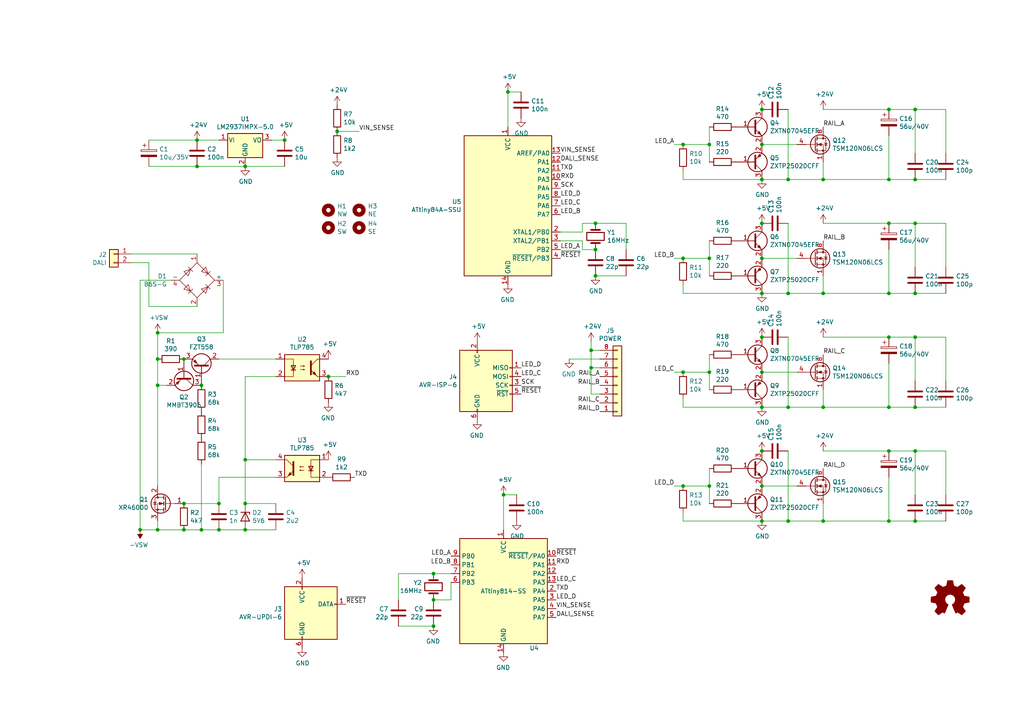
<source format=kicad_sch>
(kicad_sch (version 20211123) (generator eeschema)

  (uuid fbe8ebfc-2a8e-4eb8-85c5-38ddeaa5dd00)

  (paper "A4")

  

  (junction (at 228.6 151.13) (diameter 0) (color 0 0 0 0)
    (uuid 015f5586-ba76-4a98-9114-f5cd2c67134d)
  )
  (junction (at 198.12 74.93) (diameter 0) (color 0 0 0 0)
    (uuid 02f8904b-a7b2-49dd-b392-764e7e29fb51)
  )
  (junction (at 265.43 130.81) (diameter 0) (color 0 0 0 0)
    (uuid 044de712-d3da-40ed-9c9f-d91ef285c74c)
  )
  (junction (at 45.72 96.52) (diameter 0) (color 0 0 0 0)
    (uuid 07ad5bef-1006-4c71-9cd6-d6ceebd389b0)
  )
  (junction (at 146.05 143.51) (diameter 0) (color 0 0 0 0)
    (uuid 0cc9bf07-55b9-458f-b8aa-41b2f51fa940)
  )
  (junction (at 125.73 166.37) (diameter 0) (color 0 0 0 0)
    (uuid 14094ad2-b562-4efa-8c6f-51d7a3134345)
  )
  (junction (at 265.43 97.79) (diameter 0) (color 0 0 0 0)
    (uuid 17cf1c88-8d51-4538-aa76-e35ac22d0ed0)
  )
  (junction (at 228.6 118.11) (diameter 0) (color 0 0 0 0)
    (uuid 18f1018d-5857-4c32-a072-f3de80352f74)
  )
  (junction (at 238.76 52.07) (diameter 0) (color 0 0 0 0)
    (uuid 196a8dd5-5fd6-4c7f-ae4a-0104bd82e61b)
  )
  (junction (at 95.25 109.22) (diameter 0) (color 0 0 0 0)
    (uuid 1cacb878-9da4-41fc-aa80-018bc841e19a)
  )
  (junction (at 205.74 107.95) (diameter 0) (color 0 0 0 0)
    (uuid 21492bcd-343a-4b2b-b55a-b4586c11bdeb)
  )
  (junction (at 220.98 118.11) (diameter 0) (color 0 0 0 0)
    (uuid 22bb6c80-05a9-4d89-98b0-f4c23fe6c1ce)
  )
  (junction (at 257.81 151.13) (diameter 0) (color 0 0 0 0)
    (uuid 234e1024-0b7f-410c-90bb-bae43af1eb25)
  )
  (junction (at 220.98 31.75) (diameter 0) (color 0 0 0 0)
    (uuid 2f291a4b-4ecb-4692-9ad2-324f9784c0d4)
  )
  (junction (at 125.73 181.61) (diameter 0) (color 0 0 0 0)
    (uuid 31f91ec8-56e4-4e08-9ccd-012652772211)
  )
  (junction (at 97.79 38.1) (diameter 0) (color 0 0 0 0)
    (uuid 3249bd81-9fd4-4194-9b4f-2e333b2195b8)
  )
  (junction (at 63.5 153.67) (diameter 0) (color 0 0 0 0)
    (uuid 355ced6c-c08a-4586-9a09-7a9c624536f6)
  )
  (junction (at 257.81 31.75) (diameter 0) (color 0 0 0 0)
    (uuid 37657eee-b379-4145-b65d-79c82b53e49e)
  )
  (junction (at 265.43 52.07) (diameter 0) (color 0 0 0 0)
    (uuid 386faf3f-2adf-472a-84bf-bd511edf2429)
  )
  (junction (at 45.72 104.14) (diameter 0) (color 0 0 0 0)
    (uuid 3bbbbb7d-391c-4fee-ac81-3c47878edc38)
  )
  (junction (at 71.12 133.35) (diameter 0) (color 0 0 0 0)
    (uuid 3c22d605-7855-4cc6-8ad2-906cadbd02dc)
  )
  (junction (at 257.81 118.11) (diameter 0) (color 0 0 0 0)
    (uuid 3fa05934-8ad1-40a9-af5c-98ad298eb412)
  )
  (junction (at 220.98 151.13) (diameter 0) (color 0 0 0 0)
    (uuid 4a7e3849-3bc9-4bb3-b16a-fab2f5cee0e5)
  )
  (junction (at 45.72 111.76) (diameter 0) (color 0 0 0 0)
    (uuid 5bab6a37-1fdf-4cf8-b571-44c962ed86e9)
  )
  (junction (at 58.42 111.76) (diameter 0) (color 0 0 0 0)
    (uuid 5e755161-24a5-4650-a6e3-9836bf074412)
  )
  (junction (at 257.81 64.77) (diameter 0) (color 0 0 0 0)
    (uuid 60d26b83-9c3a-4edb-93ef-ab3d9d05e8cb)
  )
  (junction (at 57.15 40.64) (diameter 0) (color 0 0 0 0)
    (uuid 626679e8-6101-4722-ac57-5b8d9dab4c8b)
  )
  (junction (at 57.15 48.26) (diameter 0) (color 0 0 0 0)
    (uuid 6325c32f-c82a-4357-b022-f9c7e76f412e)
  )
  (junction (at 40.64 153.67) (diameter 0) (color 0 0 0 0)
    (uuid 704d1cb5-52c3-4e60-9f5f-1d093fd04021)
  )
  (junction (at 265.43 31.75) (diameter 0) (color 0 0 0 0)
    (uuid 7274c82d-0cb9-47de-b093-7d848f491410)
  )
  (junction (at 147.32 26.67) (diameter 0) (color 0 0 0 0)
    (uuid 7760a75a-d74b-4185-b34e-cbc7b2c339b6)
  )
  (junction (at 198.12 140.97) (diameter 0) (color 0 0 0 0)
    (uuid 7bea05d4-1dec-4cd6-aa53-302dde803254)
  )
  (junction (at 220.98 74.93) (diameter 0) (color 0 0 0 0)
    (uuid 7c00778a-4692-4f9b-87d5-2d355077ce1e)
  )
  (junction (at 220.98 107.95) (diameter 0) (color 0 0 0 0)
    (uuid 7c2008c8-0626-4a09-a873-065e83502a0e)
  )
  (junction (at 171.45 106.68) (diameter 0) (color 0 0 0 0)
    (uuid 7da8bbaf-934c-4a27-b4ff-c5c45f8ded71)
  )
  (junction (at 220.98 97.79) (diameter 0) (color 0 0 0 0)
    (uuid 7db990e4-92e1-4f99-b4d2-435bbec1ba83)
  )
  (junction (at 238.76 118.11) (diameter 0) (color 0 0 0 0)
    (uuid 7e1217ba-8a3d-4079-8d7b-b45f90cfbf53)
  )
  (junction (at 172.72 72.39) (diameter 0) (color 0 0 0 0)
    (uuid 844d7d7a-b386-45a8-aaf6-bf41bbcb43b5)
  )
  (junction (at 220.98 140.97) (diameter 0) (color 0 0 0 0)
    (uuid 8486c294-aa7e-43c3-b257-1ca3356dd17a)
  )
  (junction (at 53.34 146.05) (diameter 0) (color 0 0 0 0)
    (uuid 8aff0f38-92a8-45ec-b106-b185e93ca3fd)
  )
  (junction (at 220.98 52.07) (diameter 0) (color 0 0 0 0)
    (uuid 9031bb33-c6aa-4758-bf5c-3274ed3ebab7)
  )
  (junction (at 71.12 146.05) (diameter 0) (color 0 0 0 0)
    (uuid 91fc5800-6029-46b1-848d-ca0091f97267)
  )
  (junction (at 220.98 85.09) (diameter 0) (color 0 0 0 0)
    (uuid 935057d5-6882-4c15-9a35-54677912ba12)
  )
  (junction (at 238.76 151.13) (diameter 0) (color 0 0 0 0)
    (uuid 955cc99e-a129-42cf-abc7-aa99813fdb5f)
  )
  (junction (at 58.42 153.67) (diameter 0) (color 0 0 0 0)
    (uuid a177c3b4-b04c-490e-b3fe-d3d4d7aa24a7)
  )
  (junction (at 205.74 140.97) (diameter 0) (color 0 0 0 0)
    (uuid a5362821-c161-4c7a-a00c-40e1d7472d56)
  )
  (junction (at 172.72 64.77) (diameter 0) (color 0 0 0 0)
    (uuid a62609cd-29b7-4918-b97d-7b2404ba61cf)
  )
  (junction (at 53.34 153.67) (diameter 0) (color 0 0 0 0)
    (uuid a7fc0812-140f-4d96-9cd8-ead8c1c610b1)
  )
  (junction (at 265.43 151.13) (diameter 0) (color 0 0 0 0)
    (uuid a9d76dfc-52ba-46de-beb4-dab7b94ee663)
  )
  (junction (at 171.45 101.6) (diameter 0) (color 0 0 0 0)
    (uuid aa8663be-9516-4b07-84d2-4c4d668b8596)
  )
  (junction (at 257.81 130.81) (diameter 0) (color 0 0 0 0)
    (uuid aae6bc05-6036-4fc6-8be7-c70daf5c8932)
  )
  (junction (at 45.72 153.67) (diameter 0) (color 0 0 0 0)
    (uuid ad4d05f5-6957-42f8-b65c-c657b9a26485)
  )
  (junction (at 257.81 85.09) (diameter 0) (color 0 0 0 0)
    (uuid ae158d42-76cc-4911-a621-4cc28931c98b)
  )
  (junction (at 82.55 40.64) (diameter 0) (color 0 0 0 0)
    (uuid b59f18ce-2e34-4b6e-b14d-8d73b8268179)
  )
  (junction (at 228.6 85.09) (diameter 0) (color 0 0 0 0)
    (uuid b794d099-f823-4d35-9755-ca1c45247ee9)
  )
  (junction (at 257.81 97.79) (diameter 0) (color 0 0 0 0)
    (uuid b7b00984-6ab1-482e-b4b4-67cac44d44da)
  )
  (junction (at 205.74 41.91) (diameter 0) (color 0 0 0 0)
    (uuid b7d06af4-a5b1-447f-9b1a-8b44eb1cc204)
  )
  (junction (at 125.73 173.99) (diameter 0) (color 0 0 0 0)
    (uuid b854a395-bfc6-4140-9640-75d4f9296771)
  )
  (junction (at 265.43 85.09) (diameter 0) (color 0 0 0 0)
    (uuid bb5d2eae-a96e-45dd-89aa-125fe22cc2fa)
  )
  (junction (at 71.12 153.67) (diameter 0) (color 0 0 0 0)
    (uuid c2dd13db-24b6-40f1-b75b-b9ab893d92ea)
  )
  (junction (at 220.98 64.77) (diameter 0) (color 0 0 0 0)
    (uuid c71f56c1-5b7c-4373-9716-fffac482104c)
  )
  (junction (at 238.76 85.09) (diameter 0) (color 0 0 0 0)
    (uuid cb721686-5255-4788-a3b0-ce4312e32eb7)
  )
  (junction (at 63.5 146.05) (diameter 0) (color 0 0 0 0)
    (uuid d1cd5391-31d2-459f-8adb-4ae3f304a833)
  )
  (junction (at 172.72 80.01) (diameter 0) (color 0 0 0 0)
    (uuid d692b5e6-71b2-4fa6-bc83-618add8d8fef)
  )
  (junction (at 71.12 48.26) (diameter 0) (color 0 0 0 0)
    (uuid da6f4122-0ecc-496f-b0fd-e4abef534976)
  )
  (junction (at 228.6 52.07) (diameter 0) (color 0 0 0 0)
    (uuid df3dc9a2-ba40-4c3a-87fe-61cc8e23d71b)
  )
  (junction (at 205.74 74.93) (diameter 0) (color 0 0 0 0)
    (uuid e70d061b-28f0-4421-ad15-0598604086e8)
  )
  (junction (at 198.12 41.91) (diameter 0) (color 0 0 0 0)
    (uuid e79c8e11-ed47-4701-ae80-a54cdb6682a5)
  )
  (junction (at 53.34 104.14) (diameter 0) (color 0 0 0 0)
    (uuid e86e4fae-9ca7-4857-a93c-bc6a3048f887)
  )
  (junction (at 265.43 64.77) (diameter 0) (color 0 0 0 0)
    (uuid ea77ba09-319a-49bd-ad5b-49f4c76f232c)
  )
  (junction (at 265.43 118.11) (diameter 0) (color 0 0 0 0)
    (uuid efd7a1e0-5bed-4583-a94e-5ccec9e4eb74)
  )
  (junction (at 220.98 41.91) (diameter 0) (color 0 0 0 0)
    (uuid f447e585-df78-4239-b8cb-4653b3837bb1)
  )
  (junction (at 257.81 52.07) (diameter 0) (color 0 0 0 0)
    (uuid f934a442-23d6-4e5b-908f-bb9199ad6f8b)
  )
  (junction (at 198.12 107.95) (diameter 0) (color 0 0 0 0)
    (uuid fa20e708-ec85-4e0b-8402-f74a2724f920)
  )
  (junction (at 220.98 130.81) (diameter 0) (color 0 0 0 0)
    (uuid fc83cd71-1198-4019-87a1-dc154bceead3)
  )

  (wire (pts (xy 181.61 64.77) (xy 172.72 64.77))
    (stroke (width 0) (type default) (color 0 0 0 0))
    (uuid 07d160b6-23e1-4aa0-95cb-440482e6fc15)
  )
  (wire (pts (xy 238.76 118.11) (xy 238.76 113.03))
    (stroke (width 0) (type default) (color 0 0 0 0))
    (uuid 0a1a4d88-972a-46ce-b25e-6cb796bd41f7)
  )
  (wire (pts (xy 265.43 64.77) (xy 274.32 64.77))
    (stroke (width 0) (type default) (color 0 0 0 0))
    (uuid 0a1d0cbe-85ab-4f0f-b3b1-fcef21dfb600)
  )
  (wire (pts (xy 265.43 143.51) (xy 265.43 130.81))
    (stroke (width 0) (type default) (color 0 0 0 0))
    (uuid 0b110cbc-e477-4bdc-9c81-26a3d588d354)
  )
  (wire (pts (xy 43.18 48.26) (xy 57.15 48.26))
    (stroke (width 0) (type default) (color 0 0 0 0))
    (uuid 0b9f21ed-3d41-4f23-ae45-74117a5f3153)
  )
  (wire (pts (xy 274.32 85.09) (xy 265.43 85.09))
    (stroke (width 0) (type default) (color 0 0 0 0))
    (uuid 0c544a8c-9f45-4205-9bca-1d91c95d58ef)
  )
  (wire (pts (xy 43.18 88.9) (xy 43.18 76.2))
    (stroke (width 0) (type default) (color 0 0 0 0))
    (uuid 10e52e95-44f3-4059-a86d-dcda603e0623)
  )
  (wire (pts (xy 173.99 101.6) (xy 171.45 101.6))
    (stroke (width 0) (type default) (color 0 0 0 0))
    (uuid 178ae27e-edb9-4ffb-bd13-c0a6dd659606)
  )
  (wire (pts (xy 257.81 105.41) (xy 257.81 118.11))
    (stroke (width 0) (type default) (color 0 0 0 0))
    (uuid 18c61c95-8af1-4986-b67e-c7af9c15ab6b)
  )
  (wire (pts (xy 205.74 46.99) (xy 205.74 41.91))
    (stroke (width 0) (type default) (color 0 0 0 0))
    (uuid 1c052668-6749-425a-9a77-35f046c8aa39)
  )
  (wire (pts (xy 205.74 140.97) (xy 205.74 135.89))
    (stroke (width 0) (type default) (color 0 0 0 0))
    (uuid 1cc5480b-56b7-4379-98e2-ccafc88911a7)
  )
  (wire (pts (xy 181.61 72.39) (xy 181.61 64.77))
    (stroke (width 0) (type default) (color 0 0 0 0))
    (uuid 1e48966e-d29d-4521-8939-ec8ac570431d)
  )
  (wire (pts (xy 238.76 31.75) (xy 257.81 31.75))
    (stroke (width 0) (type default) (color 0 0 0 0))
    (uuid 2454fd1b-3484-4838-8b7e-d26357238fe1)
  )
  (wire (pts (xy 38.1 73.66) (xy 57.15 73.66))
    (stroke (width 0) (type default) (color 0 0 0 0))
    (uuid 247ebffd-2cb6-4379-ba6e-21861fea3913)
  )
  (wire (pts (xy 147.32 26.67) (xy 147.32 36.83))
    (stroke (width 0) (type default) (color 0 0 0 0))
    (uuid 25bc3602-3fb4-4a04-94e3-21ba22562c24)
  )
  (wire (pts (xy 63.5 104.14) (xy 80.01 104.14))
    (stroke (width 0) (type default) (color 0 0 0 0))
    (uuid 26a22c19-4cc5-4237-9651-0edc4f854154)
  )
  (wire (pts (xy 80.01 133.35) (xy 71.12 133.35))
    (stroke (width 0) (type default) (color 0 0 0 0))
    (uuid 275b6416-db29-42cc-9307-bf426917c3b4)
  )
  (wire (pts (xy 257.81 151.13) (xy 238.76 151.13))
    (stroke (width 0) (type default) (color 0 0 0 0))
    (uuid 2878a73c-5447-4cd9-8194-14f52ab9459c)
  )
  (wire (pts (xy 238.76 85.09) (xy 238.76 80.01))
    (stroke (width 0) (type default) (color 0 0 0 0))
    (uuid 28e37b45-f843-47c2-85c9-ca19f5430ece)
  )
  (wire (pts (xy 168.91 69.85) (xy 168.91 72.39))
    (stroke (width 0) (type default) (color 0 0 0 0))
    (uuid 291935ec-f8ff-41f0-8717-e68b8af7b8c1)
  )
  (wire (pts (xy 71.12 153.67) (xy 80.01 153.67))
    (stroke (width 0) (type default) (color 0 0 0 0))
    (uuid 29cbb0bc-f66b-4d11-80e7-5bb270e42496)
  )
  (wire (pts (xy 171.45 99.06) (xy 171.45 101.6))
    (stroke (width 0) (type default) (color 0 0 0 0))
    (uuid 2a4111b7-8149-4814-9344-3b8119cd75e4)
  )
  (wire (pts (xy 257.81 72.39) (xy 257.81 85.09))
    (stroke (width 0) (type default) (color 0 0 0 0))
    (uuid 30317bf0-88bb-49e7-bf8b-9f3883982225)
  )
  (wire (pts (xy 198.12 107.95) (xy 195.58 107.95))
    (stroke (width 0) (type default) (color 0 0 0 0))
    (uuid 30c33e3e-fb78-498d-bffe-76273d527004)
  )
  (wire (pts (xy 257.81 31.75) (xy 265.43 31.75))
    (stroke (width 0) (type default) (color 0 0 0 0))
    (uuid 31bfc3e7-147b-4531-a0c5-e3a305c1647d)
  )
  (wire (pts (xy 171.45 106.68) (xy 173.99 106.68))
    (stroke (width 0) (type default) (color 0 0 0 0))
    (uuid 34390e10-ccfe-4e74-a384-e0e2d02a8db4)
  )
  (wire (pts (xy 274.32 52.07) (xy 265.43 52.07))
    (stroke (width 0) (type default) (color 0 0 0 0))
    (uuid 363189af-2faa-46a4-b025-5a779d801f2e)
  )
  (wire (pts (xy 146.05 143.51) (xy 146.05 153.67))
    (stroke (width 0) (type default) (color 0 0 0 0))
    (uuid 363945f6-fbef-42be-99cf-4a8a48434d92)
  )
  (wire (pts (xy 165.1 104.14) (xy 173.99 104.14))
    (stroke (width 0) (type default) (color 0 0 0 0))
    (uuid 39c7f4d9-d9db-419b-af43-847a9e9a34af)
  )
  (wire (pts (xy 58.42 134.62) (xy 58.42 153.67))
    (stroke (width 0) (type default) (color 0 0 0 0))
    (uuid 3b65c51e-c243-447e-bee9-832d94c1630e)
  )
  (wire (pts (xy 171.45 106.68) (xy 171.45 114.3))
    (stroke (width 0) (type default) (color 0 0 0 0))
    (uuid 3ce287c0-66f6-4bd1-b1c8-d5d8c7dc8725)
  )
  (wire (pts (xy 238.76 64.77) (xy 257.81 64.77))
    (stroke (width 0) (type default) (color 0 0 0 0))
    (uuid 3e915099-a18e-49f4-89bb-abe64c2dade5)
  )
  (wire (pts (xy 45.72 153.67) (xy 45.72 151.13))
    (stroke (width 0) (type default) (color 0 0 0 0))
    (uuid 402c62e6-8d8e-473a-a0cf-2b86e4908cd7)
  )
  (wire (pts (xy 71.12 146.05) (xy 71.12 133.35))
    (stroke (width 0) (type default) (color 0 0 0 0))
    (uuid 4086cbd7-6ba7-4e63-8da9-17e60627ee17)
  )
  (wire (pts (xy 198.12 140.97) (xy 205.74 140.97))
    (stroke (width 0) (type default) (color 0 0 0 0))
    (uuid 42d3f9d6-2a47-41a8-b942-295fcb83bcd8)
  )
  (wire (pts (xy 257.81 138.43) (xy 257.81 151.13))
    (stroke (width 0) (type default) (color 0 0 0 0))
    (uuid 44646447-0a8e-4aec-a74e-22bf765d0f33)
  )
  (wire (pts (xy 274.32 97.79) (xy 274.32 110.49))
    (stroke (width 0) (type default) (color 0 0 0 0))
    (uuid 44b926bf-8bdd-4191-846d-2dfabab2cecb)
  )
  (wire (pts (xy 257.81 39.37) (xy 257.81 52.07))
    (stroke (width 0) (type default) (color 0 0 0 0))
    (uuid 45884597-7014-4461-83ee-9975c42b9a53)
  )
  (wire (pts (xy 63.5 138.43) (xy 63.5 146.05))
    (stroke (width 0) (type default) (color 0 0 0 0))
    (uuid 465137b4-f6f7-4d51-9b40-b161947d5cc1)
  )
  (wire (pts (xy 228.6 130.81) (xy 228.6 151.13))
    (stroke (width 0) (type default) (color 0 0 0 0))
    (uuid 46cbe85d-ff47-428e-b187-4ebd50a66e0c)
  )
  (wire (pts (xy 238.76 52.07) (xy 238.76 46.99))
    (stroke (width 0) (type default) (color 0 0 0 0))
    (uuid 477892a1-722e-4cda-bb6c-fcdb8ba5f93e)
  )
  (wire (pts (xy 162.56 69.85) (xy 168.91 69.85))
    (stroke (width 0) (type default) (color 0 0 0 0))
    (uuid 49a65079-57a9-46fc-8711-1d7f2cab8dbf)
  )
  (wire (pts (xy 49.53 81.28) (xy 40.64 81.28))
    (stroke (width 0) (type default) (color 0 0 0 0))
    (uuid 4a53fa56-d65b-42a4-a4be-8f49c4c015bb)
  )
  (wire (pts (xy 151.13 26.67) (xy 147.32 26.67))
    (stroke (width 0) (type default) (color 0 0 0 0))
    (uuid 4aa97874-2fd2-414c-b381-9420384c2fd8)
  )
  (wire (pts (xy 238.76 97.79) (xy 257.81 97.79))
    (stroke (width 0) (type default) (color 0 0 0 0))
    (uuid 4e27930e-1827-4788-aa6b-487321d46602)
  )
  (wire (pts (xy 205.74 80.01) (xy 205.74 74.93))
    (stroke (width 0) (type default) (color 0 0 0 0))
    (uuid 4fd9bc4f-0ae3-42d4-a1b4-9fb1b2a0a7fd)
  )
  (wire (pts (xy 228.6 151.13) (xy 238.76 151.13))
    (stroke (width 0) (type default) (color 0 0 0 0))
    (uuid 541721d1-074b-496e-a833-813044b3e8ca)
  )
  (wire (pts (xy 257.81 97.79) (xy 265.43 97.79))
    (stroke (width 0) (type default) (color 0 0 0 0))
    (uuid 58126faf-01a4-4f91-8e8c-ca9e47b48048)
  )
  (wire (pts (xy 115.57 166.37) (xy 125.73 166.37))
    (stroke (width 0) (type default) (color 0 0 0 0))
    (uuid 590fefcc-03e7-45d6-b6c9-e51a7c3c36c4)
  )
  (wire (pts (xy 115.57 173.99) (xy 115.57 166.37))
    (stroke (width 0) (type default) (color 0 0 0 0))
    (uuid 59cb2966-1e9c-4b3b-b3c8-7499378d8dde)
  )
  (wire (pts (xy 173.99 114.3) (xy 171.45 114.3))
    (stroke (width 0) (type default) (color 0 0 0 0))
    (uuid 5aa9d616-1d84-454a-b169-acacb55b6ca4)
  )
  (wire (pts (xy 198.12 74.93) (xy 195.58 74.93))
    (stroke (width 0) (type default) (color 0 0 0 0))
    (uuid 5d9921f1-08b3-4cc9-8cf7-e9a72ca2fdb7)
  )
  (wire (pts (xy 40.64 81.28) (xy 40.64 153.67))
    (stroke (width 0) (type default) (color 0 0 0 0))
    (uuid 6150c02b-beb5-4af1-951e-3666a285a6ea)
  )
  (wire (pts (xy 53.34 153.67) (xy 58.42 153.67))
    (stroke (width 0) (type default) (color 0 0 0 0))
    (uuid 63caf46e-0228-40de-b819-c6bd29dd1711)
  )
  (wire (pts (xy 265.43 151.13) (xy 257.81 151.13))
    (stroke (width 0) (type default) (color 0 0 0 0))
    (uuid 6762c669-2824-49a2-8bd4-3f19091dd75a)
  )
  (wire (pts (xy 168.91 67.31) (xy 168.91 64.77))
    (stroke (width 0) (type default) (color 0 0 0 0))
    (uuid 6ae963fb-e34f-4e11-9adf-78839a5b2ef1)
  )
  (wire (pts (xy 45.72 104.14) (xy 45.72 96.52))
    (stroke (width 0) (type default) (color 0 0 0 0))
    (uuid 706c1cb9-5d96-4282-9efc-6147f0125147)
  )
  (wire (pts (xy 231.14 74.93) (xy 220.98 74.93))
    (stroke (width 0) (type default) (color 0 0 0 0))
    (uuid 71c6e723-673c-45a9-a0e4-9742220c52a3)
  )
  (wire (pts (xy 265.43 44.45) (xy 265.43 31.75))
    (stroke (width 0) (type default) (color 0 0 0 0))
    (uuid 72366acb-6c86-4134-89df-01ed6e4dc8e0)
  )
  (wire (pts (xy 43.18 76.2) (xy 38.1 76.2))
    (stroke (width 0) (type default) (color 0 0 0 0))
    (uuid 74f5ec08-7600-4a0b-a9e4-aae29f9ea08a)
  )
  (wire (pts (xy 274.32 31.75) (xy 274.32 44.45))
    (stroke (width 0) (type default) (color 0 0 0 0))
    (uuid 7668b629-abd6-4e14-be84-df90ae487fc6)
  )
  (wire (pts (xy 43.18 40.64) (xy 57.15 40.64))
    (stroke (width 0) (type default) (color 0 0 0 0))
    (uuid 76afa8e0-9b3a-439d-843c-ad039d3b6354)
  )
  (wire (pts (xy 220.98 151.13) (xy 228.6 151.13))
    (stroke (width 0) (type default) (color 0 0 0 0))
    (uuid 79451892-db6b-4999-916d-6392174ee493)
  )
  (wire (pts (xy 220.98 118.11) (xy 228.6 118.11))
    (stroke (width 0) (type default) (color 0 0 0 0))
    (uuid 802c2dc3-ca9f-491e-9d66-7893e89ac34c)
  )
  (wire (pts (xy 125.73 173.99) (xy 130.81 173.99))
    (stroke (width 0) (type default) (color 0 0 0 0))
    (uuid 83021f70-e61e-4ad3-bae7-b9f02b28be4f)
  )
  (wire (pts (xy 265.43 130.81) (xy 274.32 130.81))
    (stroke (width 0) (type default) (color 0 0 0 0))
    (uuid 83e349fb-6338-43f9-ad3f-2e7f4b8bb4a9)
  )
  (wire (pts (xy 198.12 74.93) (xy 205.74 74.93))
    (stroke (width 0) (type default) (color 0 0 0 0))
    (uuid 86e98417-f5e4-48ba-8147-ef66cc03dde6)
  )
  (wire (pts (xy 162.56 67.31) (xy 168.91 67.31))
    (stroke (width 0) (type default) (color 0 0 0 0))
    (uuid 87ba184f-bff5-4989-8217-6af375cc3dd8)
  )
  (wire (pts (xy 198.12 148.59) (xy 198.12 151.13))
    (stroke (width 0) (type default) (color 0 0 0 0))
    (uuid 888fd7cb-2fc6-480c-bcfa-0b71303087d3)
  )
  (wire (pts (xy 58.42 153.67) (xy 63.5 153.67))
    (stroke (width 0) (type default) (color 0 0 0 0))
    (uuid 88deea08-baa5-4041-beb7-01c299cf00e6)
  )
  (wire (pts (xy 48.26 111.76) (xy 45.72 111.76))
    (stroke (width 0) (type default) (color 0 0 0 0))
    (uuid 8a8c373f-9bc3-4cf7-8f41-4802da916698)
  )
  (wire (pts (xy 205.74 74.93) (xy 205.74 69.85))
    (stroke (width 0) (type default) (color 0 0 0 0))
    (uuid 8bd46048-cab7-4adf-af9a-bc2710c1894c)
  )
  (wire (pts (xy 198.12 82.55) (xy 198.12 85.09))
    (stroke (width 0) (type default) (color 0 0 0 0))
    (uuid 8de2d84c-ff45-4d4f-bc49-c166f6ae6b91)
  )
  (wire (pts (xy 231.14 140.97) (xy 220.98 140.97))
    (stroke (width 0) (type default) (color 0 0 0 0))
    (uuid 8e295ed4-82cb-4d9f-8888-7ad2dd4d5129)
  )
  (wire (pts (xy 45.72 111.76) (xy 45.72 104.14))
    (stroke (width 0) (type default) (color 0 0 0 0))
    (uuid 92761c09-a591-4c8e-af4d-e0e2262cb01d)
  )
  (wire (pts (xy 198.12 118.11) (xy 220.98 118.11))
    (stroke (width 0) (type default) (color 0 0 0 0))
    (uuid 92848721-49b5-4e4c-b042-6fd51e1d562f)
  )
  (wire (pts (xy 238.76 151.13) (xy 238.76 146.05))
    (stroke (width 0) (type default) (color 0 0 0 0))
    (uuid 9286cf02-1563-41d2-9931-c192c33bab31)
  )
  (wire (pts (xy 45.72 140.97) (xy 45.72 111.76))
    (stroke (width 0) (type default) (color 0 0 0 0))
    (uuid 92f063a3-7cce-4a96-8a3a-cf5767f700c6)
  )
  (wire (pts (xy 205.74 107.95) (xy 205.74 102.87))
    (stroke (width 0) (type default) (color 0 0 0 0))
    (uuid 96315415-cfed-47d2-b3dd-d782358bd0df)
  )
  (wire (pts (xy 43.18 88.9) (xy 57.15 88.9))
    (stroke (width 0) (type default) (color 0 0 0 0))
    (uuid 966ee9ec-860e-45bb-af89-30bda72b2032)
  )
  (wire (pts (xy 149.86 143.51) (xy 146.05 143.51))
    (stroke (width 0) (type default) (color 0 0 0 0))
    (uuid 97dcf785-3264-40a1-a36e-8842acab24fb)
  )
  (wire (pts (xy 228.6 97.79) (xy 228.6 118.11))
    (stroke (width 0) (type default) (color 0 0 0 0))
    (uuid 992a2b00-5e28-4edd-88b5-994891512d8d)
  )
  (wire (pts (xy 198.12 85.09) (xy 220.98 85.09))
    (stroke (width 0) (type default) (color 0 0 0 0))
    (uuid 99e6b8eb-b08e-4d42-84dd-8b7f6765b7b7)
  )
  (wire (pts (xy 231.14 41.91) (xy 220.98 41.91))
    (stroke (width 0) (type default) (color 0 0 0 0))
    (uuid 9aedbb9e-8340-4899-b813-05b23382a36b)
  )
  (wire (pts (xy 40.64 153.67) (xy 45.72 153.67))
    (stroke (width 0) (type default) (color 0 0 0 0))
    (uuid 9c2999b2-1cf1-4204-9d23-243401b77aa3)
  )
  (wire (pts (xy 205.74 41.91) (xy 198.12 41.91))
    (stroke (width 0) (type default) (color 0 0 0 0))
    (uuid 9db16341-dac0-4aab-9c62-7d88c111c1ce)
  )
  (wire (pts (xy 64.77 96.52) (xy 64.77 81.28))
    (stroke (width 0) (type default) (color 0 0 0 0))
    (uuid 9ed09117-33cf-45a3-85a7-2606522feaf8)
  )
  (wire (pts (xy 71.12 48.26) (xy 82.55 48.26))
    (stroke (width 0) (type default) (color 0 0 0 0))
    (uuid 9f782c92-a5e8-49db-bfda-752b35522ce4)
  )
  (wire (pts (xy 130.81 173.99) (xy 130.81 168.91))
    (stroke (width 0) (type default) (color 0 0 0 0))
    (uuid a25b7e01-1754-4cc9-8a14-3d9c461e5af5)
  )
  (wire (pts (xy 257.81 118.11) (xy 238.76 118.11))
    (stroke (width 0) (type default) (color 0 0 0 0))
    (uuid a5be2cb8-c68d-4180-8412-69a6b4c5b1d4)
  )
  (wire (pts (xy 181.61 80.01) (xy 172.72 80.01))
    (stroke (width 0) (type default) (color 0 0 0 0))
    (uuid a6738794-75ae-48a6-8949-ed8717400d71)
  )
  (wire (pts (xy 228.6 31.75) (xy 228.6 52.07))
    (stroke (width 0) (type default) (color 0 0 0 0))
    (uuid aa047297-22f8-4de0-a969-0b3451b8e164)
  )
  (wire (pts (xy 100.33 109.22) (xy 95.25 109.22))
    (stroke (width 0) (type default) (color 0 0 0 0))
    (uuid aadc3df5-0e2d-4f3d-b72e-6f184da74c89)
  )
  (wire (pts (xy 205.74 41.91) (xy 205.74 36.83))
    (stroke (width 0) (type default) (color 0 0 0 0))
    (uuid ab8b0540-9c9f-4195-88f5-7bed0b0a8ed6)
  )
  (wire (pts (xy 198.12 41.91) (xy 195.58 41.91))
    (stroke (width 0) (type default) (color 0 0 0 0))
    (uuid afd38b10-2eca-4abe-aed1-a96fb07ffdbe)
  )
  (wire (pts (xy 228.6 64.77) (xy 228.6 85.09))
    (stroke (width 0) (type default) (color 0 0 0 0))
    (uuid b0b4c3cb-e7ea-49c0-8162-be3bbab3e4ec)
  )
  (wire (pts (xy 265.43 31.75) (xy 274.32 31.75))
    (stroke (width 0) (type default) (color 0 0 0 0))
    (uuid b66b83a0-313f-4b03-b851-c6e9577a6eb7)
  )
  (wire (pts (xy 78.74 40.64) (xy 82.55 40.64))
    (stroke (width 0) (type default) (color 0 0 0 0))
    (uuid b7bf6e08-7978-4190-aff5-c90d967f0f9c)
  )
  (wire (pts (xy 71.12 109.22) (xy 80.01 109.22))
    (stroke (width 0) (type default) (color 0 0 0 0))
    (uuid bb8162f0-99c8-4884-be5b-c0d0c7e81ff6)
  )
  (wire (pts (xy 71.12 133.35) (xy 71.12 109.22))
    (stroke (width 0) (type default) (color 0 0 0 0))
    (uuid bd085057-7c0e-463a-982b-968a2dc1f0f8)
  )
  (wire (pts (xy 53.34 153.67) (xy 45.72 153.67))
    (stroke (width 0) (type default) (color 0 0 0 0))
    (uuid c1b11207-7c0a-49b3-a41d-2fe677d5f3b8)
  )
  (wire (pts (xy 265.43 77.47) (xy 265.43 64.77))
    (stroke (width 0) (type default) (color 0 0 0 0))
    (uuid c37d3f0c-41ec-4928-8869-febc821c6326)
  )
  (wire (pts (xy 265.43 97.79) (xy 274.32 97.79))
    (stroke (width 0) (type default) (color 0 0 0 0))
    (uuid c3a69550-c4fa-45d1-9aba-0bba47699cca)
  )
  (wire (pts (xy 63.5 153.67) (xy 71.12 153.67))
    (stroke (width 0) (type default) (color 0 0 0 0))
    (uuid c401e9c6-1deb-4979-99be-7c801c952098)
  )
  (wire (pts (xy 257.81 52.07) (xy 238.76 52.07))
    (stroke (width 0) (type default) (color 0 0 0 0))
    (uuid c514e30c-e48e-4ca5-ab44-8b3afedef1f2)
  )
  (wire (pts (xy 198.12 52.07) (xy 220.98 52.07))
    (stroke (width 0) (type default) (color 0 0 0 0))
    (uuid ca5b6af8-ca05-4338-b852-b51f2b49b1db)
  )
  (wire (pts (xy 104.14 38.1) (xy 97.79 38.1))
    (stroke (width 0) (type default) (color 0 0 0 0))
    (uuid cbde200f-1075-469a-89f8-abbdcf30e36a)
  )
  (wire (pts (xy 125.73 181.61) (xy 115.57 181.61))
    (stroke (width 0) (type default) (color 0 0 0 0))
    (uuid cbebc05a-c4dd-4baf-8c08-196e84e08b27)
  )
  (wire (pts (xy 130.81 166.37) (xy 125.73 166.37))
    (stroke (width 0) (type default) (color 0 0 0 0))
    (uuid cc75e5ae-3348-4e7a-bd16-4df685ee47bd)
  )
  (wire (pts (xy 57.15 40.64) (xy 63.5 40.64))
    (stroke (width 0) (type default) (color 0 0 0 0))
    (uuid ccc4cc25-ac17-45ef-825c-e079951ffb21)
  )
  (wire (pts (xy 274.32 64.77) (xy 274.32 77.47))
    (stroke (width 0) (type default) (color 0 0 0 0))
    (uuid cd50b8dc-829d-4a1d-8f2a-6471f378ba87)
  )
  (wire (pts (xy 198.12 151.13) (xy 220.98 151.13))
    (stroke (width 0) (type default) (color 0 0 0 0))
    (uuid d05faa1f-5f69-41bf-86d3-2cd224432e1b)
  )
  (wire (pts (xy 257.81 64.77) (xy 265.43 64.77))
    (stroke (width 0) (type default) (color 0 0 0 0))
    (uuid d1441985-7b63-4bf8-a06d-c70da2e3b78b)
  )
  (wire (pts (xy 71.12 146.05) (xy 80.01 146.05))
    (stroke (width 0) (type default) (color 0 0 0 0))
    (uuid d1c19c11-0a13-4237-b6b4-fb2ef1db7c6d)
  )
  (wire (pts (xy 168.91 64.77) (xy 172.72 64.77))
    (stroke (width 0) (type default) (color 0 0 0 0))
    (uuid d45d1afe-78e6-4045-862c-b274469da903)
  )
  (wire (pts (xy 238.76 130.81) (xy 257.81 130.81))
    (stroke (width 0) (type default) (color 0 0 0 0))
    (uuid d7e4abd8-69f5-4706-b12e-898194e5bf56)
  )
  (wire (pts (xy 80.01 138.43) (xy 63.5 138.43))
    (stroke (width 0) (type default) (color 0 0 0 0))
    (uuid d8200a86-aa75-47a3-ad2a-7f4c9c999a6f)
  )
  (wire (pts (xy 274.32 151.13) (xy 265.43 151.13))
    (stroke (width 0) (type default) (color 0 0 0 0))
    (uuid d9cf2d61-3126-40fe-a66d-ae5145f94be8)
  )
  (wire (pts (xy 228.6 118.11) (xy 238.76 118.11))
    (stroke (width 0) (type default) (color 0 0 0 0))
    (uuid db1ed10a-ef86-43bf-93dc-9be76327f6d2)
  )
  (wire (pts (xy 205.74 146.05) (xy 205.74 140.97))
    (stroke (width 0) (type default) (color 0 0 0 0))
    (uuid dd1edfbb-5fb6-42cd-b740-fd54ab3ef1f1)
  )
  (wire (pts (xy 228.6 85.09) (xy 238.76 85.09))
    (stroke (width 0) (type default) (color 0 0 0 0))
    (uuid de370984-7922-4327-a0ba-7cd613995df4)
  )
  (wire (pts (xy 265.43 52.07) (xy 257.81 52.07))
    (stroke (width 0) (type default) (color 0 0 0 0))
    (uuid de552ae9-cde6-4643-8cc7-9de2579dadae)
  )
  (wire (pts (xy 274.32 130.81) (xy 274.32 143.51))
    (stroke (width 0) (type default) (color 0 0 0 0))
    (uuid df5c9f6b-a62e-44ba-997f-b2cf3279c7d4)
  )
  (wire (pts (xy 171.45 101.6) (xy 171.45 106.68))
    (stroke (width 0) (type default) (color 0 0 0 0))
    (uuid dfcef016-1bf5-4158-8a79-72d38a522877)
  )
  (wire (pts (xy 257.81 130.81) (xy 265.43 130.81))
    (stroke (width 0) (type default) (color 0 0 0 0))
    (uuid e04b8c10-725b-4bde-8cbf-66bfea5053e6)
  )
  (wire (pts (xy 220.98 85.09) (xy 228.6 85.09))
    (stroke (width 0) (type default) (color 0 0 0 0))
    (uuid e091e263-c616-48ef-a460-465c70218987)
  )
  (wire (pts (xy 198.12 140.97) (xy 195.58 140.97))
    (stroke (width 0) (type default) (color 0 0 0 0))
    (uuid e2b24e25-1a0d-434a-876b-c595b47d80d2)
  )
  (wire (pts (xy 274.32 118.11) (xy 265.43 118.11))
    (stroke (width 0) (type default) (color 0 0 0 0))
    (uuid e8274862-c966-456a-98d5-9c42f72963c1)
  )
  (wire (pts (xy 228.6 52.07) (xy 238.76 52.07))
    (stroke (width 0) (type default) (color 0 0 0 0))
    (uuid e87a6f80-914f-4f62-9c9f-9ba62a88ee3d)
  )
  (wire (pts (xy 45.72 96.52) (xy 64.77 96.52))
    (stroke (width 0) (type default) (color 0 0 0 0))
    (uuid eb391a95-1c1d-4613-b508-c76b8bc13a73)
  )
  (wire (pts (xy 205.74 113.03) (xy 205.74 107.95))
    (stroke (width 0) (type default) (color 0 0 0 0))
    (uuid eb473bfd-fc2d-4cf0-8714-6b7dd95b0a03)
  )
  (wire (pts (xy 172.72 72.39) (xy 168.91 72.39))
    (stroke (width 0) (type default) (color 0 0 0 0))
    (uuid ebca7c5e-ae52-43e5-ac6c-69a96a9a5b24)
  )
  (wire (pts (xy 231.14 107.95) (xy 220.98 107.95))
    (stroke (width 0) (type default) (color 0 0 0 0))
    (uuid eed466bf-cd88-4860-9abf-41a594ca08bd)
  )
  (wire (pts (xy 57.15 48.26) (xy 71.12 48.26))
    (stroke (width 0) (type default) (color 0 0 0 0))
    (uuid f1782535-55f4-4299-bd4f-6f51b0b7259c)
  )
  (wire (pts (xy 63.5 146.05) (xy 53.34 146.05))
    (stroke (width 0) (type default) (color 0 0 0 0))
    (uuid f5dba25f-5f9b-4770-84f9-c038fb119360)
  )
  (wire (pts (xy 265.43 110.49) (xy 265.43 97.79))
    (stroke (width 0) (type default) (color 0 0 0 0))
    (uuid f5eb7390-4215-4bb5-bc53-f82f663cc9a5)
  )
  (wire (pts (xy 265.43 118.11) (xy 257.81 118.11))
    (stroke (width 0) (type default) (color 0 0 0 0))
    (uuid f7070c76-b83b-43a9-a243-491723819616)
  )
  (wire (pts (xy 198.12 115.57) (xy 198.12 118.11))
    (stroke (width 0) (type default) (color 0 0 0 0))
    (uuid f8bd6470-fafd-47f2-8ed5-9449988187ce)
  )
  (wire (pts (xy 257.81 85.09) (xy 238.76 85.09))
    (stroke (width 0) (type default) (color 0 0 0 0))
    (uuid f959907b-1cef-4760-b043-4260a660a2ae)
  )
  (wire (pts (xy 220.98 52.07) (xy 228.6 52.07))
    (stroke (width 0) (type default) (color 0 0 0 0))
    (uuid fa918b6d-f6cf-4471-be3b-4ff713f55a2e)
  )
  (wire (pts (xy 265.43 85.09) (xy 257.81 85.09))
    (stroke (width 0) (type default) (color 0 0 0 0))
    (uuid facb0614-068b-4c9c-a466-d374df96a94c)
  )
  (wire (pts (xy 198.12 107.95) (xy 205.74 107.95))
    (stroke (width 0) (type default) (color 0 0 0 0))
    (uuid fb35e3b1-aff6-41a7-9cf0-52694b95edeb)
  )
  (wire (pts (xy 198.12 49.53) (xy 198.12 52.07))
    (stroke (width 0) (type default) (color 0 0 0 0))
    (uuid fea7c5d1-76d6-41a0-b5e3-29889dbb8ce0)
  )

  (label "RAIL_C" (at 238.76 102.87 0)
    (effects (font (size 1.27 1.27)) (justify left bottom))
    (uuid 022502e0-e724-4b75-bc35-3c5984dbeb76)
  )
  (label "~{RESET}" (at 161.29 161.29 0)
    (effects (font (size 1.27 1.27)) (justify left bottom))
    (uuid 0cbeb329-a88d-4a47-a5c2-a1d693de2f8c)
  )
  (label "VIN_SENSE" (at 162.56 44.45 0)
    (effects (font (size 1.27 1.27)) (justify left bottom))
    (uuid 165f4d8d-26a9-4cf2-a8d6-9936cd983be4)
  )
  (label "VIN_SENSE" (at 161.29 176.53 0)
    (effects (font (size 1.27 1.27)) (justify left bottom))
    (uuid 241e0c85-4796-48eb-a5a0-1c0f2d6e5910)
  )
  (label "RXD" (at 100.33 109.22 0)
    (effects (font (size 1.27 1.27)) (justify left bottom))
    (uuid 2ea8fa6f-efc3-40fe-bcf9-05bfa46ead4f)
  )
  (label "RAIL_A" (at 238.76 36.83 0)
    (effects (font (size 1.27 1.27)) (justify left bottom))
    (uuid 2eea20e6-112c-411a-b615-885ae773135a)
  )
  (label "LED_D" (at 195.58 140.97 180)
    (effects (font (size 1.27 1.27)) (justify right bottom))
    (uuid 35c09d1f-2914-4d1e-a002-df30af772f3b)
  )
  (label "DALI_SENSE" (at 161.29 179.07 0)
    (effects (font (size 1.27 1.27)) (justify left bottom))
    (uuid 386ad9e3-71fa-420f-8722-88548b024fc5)
  )
  (label "~{RESET}" (at 162.56 74.93 0)
    (effects (font (size 1.27 1.27)) (justify left bottom))
    (uuid 38cfe839-c630-43d3-a9ec-6a89ba9e318a)
  )
  (label "RXD" (at 161.29 163.83 0)
    (effects (font (size 1.27 1.27)) (justify left bottom))
    (uuid 3c9169cc-3a77-4ae0-8afc-cbfc472a28c5)
  )
  (label "TXD" (at 161.29 171.45 0)
    (effects (font (size 1.27 1.27)) (justify left bottom))
    (uuid 3e57b728-64e6-4470-8f27-a43c0dd85050)
  )
  (label "RAIL_B" (at 238.76 69.85 0)
    (effects (font (size 1.27 1.27)) (justify left bottom))
    (uuid 49fec31e-3712-4229-8142-b191d90a97d0)
  )
  (label "~{RESET}" (at 151.13 114.3 0)
    (effects (font (size 1.27 1.27)) (justify left bottom))
    (uuid 5889287d-b845-4684-b23e-663811b25d27)
  )
  (label "LED_D" (at 151.13 106.68 0)
    (effects (font (size 1.27 1.27)) (justify left bottom))
    (uuid 58cc7831-f944-4d33-8c61-2fd5bebc61e0)
  )
  (label "LED_D" (at 162.56 57.15 0)
    (effects (font (size 1.27 1.27)) (justify left bottom))
    (uuid 59fc765e-1357-4c94-9529-5635418c7d73)
  )
  (label "LED_C" (at 161.29 168.91 0)
    (effects (font (size 1.27 1.27)) (justify left bottom))
    (uuid 5e7c3a32-8dda-4e6a-9838-c94d1f165575)
  )
  (label "LED_D" (at 161.29 173.99 0)
    (effects (font (size 1.27 1.27)) (justify left bottom))
    (uuid 5f31b97b-d794-46d6-bbd9-7a5638bcf704)
  )
  (label "RAIL_C" (at 173.99 116.84 180)
    (effects (font (size 1.27 1.27)) (justify right bottom))
    (uuid 66ca01b3-51ff-4294-9b77-4492e98f6aec)
  )
  (label "~{RESET}" (at 100.33 175.26 0)
    (effects (font (size 1.27 1.27)) (justify left bottom))
    (uuid 74855e0d-40e4-4940-a544-edae9207b2ea)
  )
  (label "RXD" (at 162.56 52.07 0)
    (effects (font (size 1.27 1.27)) (justify left bottom))
    (uuid 89a8e170-a222-41c0-b545-c9f4c5604011)
  )
  (label "VIN_SENSE" (at 104.14 38.1 0)
    (effects (font (size 1.27 1.27)) (justify left bottom))
    (uuid 8cb2cd3a-4ef9-4ae5-b6bc-2b1d16f657d6)
  )
  (label "DALI_SENSE" (at 162.56 46.99 0)
    (effects (font (size 1.27 1.27)) (justify left bottom))
    (uuid 8e697b96-cf4c-43ef-b321-8c2422b088bf)
  )
  (label "SCK" (at 151.13 111.76 0)
    (effects (font (size 1.27 1.27)) (justify left bottom))
    (uuid 92a23ed4-a5ea-4cea-bc33-0a83191a0d32)
  )
  (label "TXD" (at 162.56 49.53 0)
    (effects (font (size 1.27 1.27)) (justify left bottom))
    (uuid 9529c01f-e1cd-40be-b7f0-83780a544249)
  )
  (label "LED_C" (at 162.56 59.69 0)
    (effects (font (size 1.27 1.27)) (justify left bottom))
    (uuid 96db52e2-6336-4f5e-846e-528c594d0509)
  )
  (label "LED_B" (at 130.81 163.83 180)
    (effects (font (size 1.27 1.27)) (justify right bottom))
    (uuid 98861672-254d-432b-8e5a-10d885a5ffdc)
  )
  (label "SCK" (at 162.56 54.61 0)
    (effects (font (size 1.27 1.27)) (justify left bottom))
    (uuid 9de304ba-fba7-4896-b969-9d87a3522d74)
  )
  (label "RAIL_A" (at 173.99 109.22 180)
    (effects (font (size 1.27 1.27)) (justify right bottom))
    (uuid 9f969b13-1795-4747-8326-93bdc304ed56)
  )
  (label "RAIL_B" (at 173.99 111.76 180)
    (effects (font (size 1.27 1.27)) (justify right bottom))
    (uuid b9d4de74-d246-495d-8b63-12ab2133d6d6)
  )
  (label "LED_A" (at 130.81 161.29 180)
    (effects (font (size 1.27 1.27)) (justify right bottom))
    (uuid be41ac9e-b8ba-4089-983b-b84269707f1c)
  )
  (label "LED_C" (at 195.58 107.95 180)
    (effects (font (size 1.27 1.27)) (justify right bottom))
    (uuid c3b3d7f4-943f-4cff-b180-87ef3e1bcbff)
  )
  (label "LED_B" (at 195.58 74.93 180)
    (effects (font (size 1.27 1.27)) (justify right bottom))
    (uuid c8b6b273-3d20-4a46-8069-f6d608563604)
  )
  (label "LED_A" (at 195.58 41.91 180)
    (effects (font (size 1.27 1.27)) (justify right bottom))
    (uuid c8fd9dd3-06ad-4146-9239-0065013959ef)
  )
  (label "RAIL_D" (at 238.76 135.89 0)
    (effects (font (size 1.27 1.27)) (justify left bottom))
    (uuid d655bb0a-cbf9-4908-ad60-7024ff468fbd)
  )
  (label "TXD" (at 102.87 138.43 0)
    (effects (font (size 1.27 1.27)) (justify left bottom))
    (uuid e2fac877-439c-4da0-af2e-5fdc70f85d42)
  )
  (label "LED_B" (at 162.56 62.23 0)
    (effects (font (size 1.27 1.27)) (justify left bottom))
    (uuid f0ff5d1c-5481-4958-b844-4f68a17d4166)
  )
  (label "LED_C" (at 151.13 109.22 0)
    (effects (font (size 1.27 1.27)) (justify left bottom))
    (uuid f203116d-f256-4611-a03e-9536bbedaf2f)
  )
  (label "RAIL_D" (at 173.99 119.38 180)
    (effects (font (size 1.27 1.27)) (justify right bottom))
    (uuid fb0bf2a0-d317-42f7-b022-b5e05481f6be)
  )
  (label "LED_A" (at 162.56 72.39 0)
    (effects (font (size 1.27 1.27)) (justify left bottom))
    (uuid fdc60c06-30fa-4dfb-96b4-809b755999e1)
  )

  (symbol (lib_id "power:+24V") (at 57.15 40.64 0) (unit 1)
    (in_bom yes) (on_board yes)
    (uuid 00000000-0000-0000-0000-000061dbab15)
    (property "Reference" "#PWR0101" (id 0) (at 57.15 44.45 0)
      (effects (font (size 1.27 1.27)) hide)
    )
    (property "Value" "+24V" (id 1) (at 57.531 36.2458 0))
    (property "Footprint" "" (id 2) (at 57.15 40.64 0)
      (effects (font (size 1.27 1.27)) hide)
    )
    (property "Datasheet" "" (id 3) (at 57.15 40.64 0)
      (effects (font (size 1.27 1.27)) hide)
    )
    (pin "1" (uuid c6473e27-5de8-4857-90c2-606156b0fe16))
  )

  (symbol (lib_id "Device:C_Polarized") (at 257.81 35.56 0) (unit 1)
    (in_bom yes) (on_board yes)
    (uuid 00000000-0000-0000-0000-000061dbb42f)
    (property "Reference" "C16" (id 0) (at 260.8072 34.3916 0)
      (effects (font (size 1.27 1.27)) (justify left))
    )
    (property "Value" "56u/40V" (id 1) (at 260.8072 36.703 0)
      (effects (font (size 1.27 1.27)) (justify left))
    )
    (property "Footprint" "Capacitor_SMD:CP_Elec_10x10.5" (id 2) (at 258.7752 39.37 0)
      (effects (font (size 1.27 1.27)) hide)
    )
    (property "Datasheet" "~" (id 3) (at 257.81 35.56 0)
      (effects (font (size 1.27 1.27)) hide)
    )
    (pin "1" (uuid 3f10237c-e1be-40ba-a5c5-4e7fb8b2b484))
    (pin "2" (uuid 07c5fe2b-358f-45f6-b710-b503fb306f68))
  )

  (symbol (lib_id "Device:C") (at 224.79 31.75 90) (unit 1)
    (in_bom yes) (on_board yes)
    (uuid 00000000-0000-0000-0000-000061dbbd90)
    (property "Reference" "C12" (id 0) (at 223.6216 28.829 0)
      (effects (font (size 1.27 1.27)) (justify left))
    )
    (property "Value" "100n" (id 1) (at 225.933 28.829 0)
      (effects (font (size 1.27 1.27)) (justify left))
    )
    (property "Footprint" "Capacitor_SMD:C_0805_2012Metric_Pad1.18x1.45mm_HandSolder" (id 2) (at 228.6 30.7848 0)
      (effects (font (size 1.27 1.27)) hide)
    )
    (property "Datasheet" "~" (id 3) (at 224.79 31.75 0)
      (effects (font (size 1.27 1.27)) hide)
    )
    (pin "1" (uuid 77e3704c-1d5b-4528-841a-bfb551d21c83))
    (pin "2" (uuid 8a1889f1-3366-4ac6-aa85-e246c96caca4))
  )

  (symbol (lib_id "Transistor_FET:FDS6630A") (at 236.22 41.91 0) (unit 1)
    (in_bom yes) (on_board yes)
    (uuid 00000000-0000-0000-0000-000061e0dabe)
    (property "Reference" "Q12" (id 0) (at 241.427 40.7416 0)
      (effects (font (size 1.27 1.27)) (justify left))
    )
    (property "Value" "TSM120N06LCS" (id 1) (at 241.427 43.053 0)
      (effects (font (size 1.27 1.27)) (justify left))
    )
    (property "Footprint" "Package_SO:SOIC-8_3.9x4.9mm_P1.27mm" (id 2) (at 241.3 44.45 0)
      (effects (font (size 1.27 1.27)) (justify left) hide)
    )
    (property "Datasheet" "http://www.onsemi.com/pub/Collateral/FDS6630A-D.pdf" (id 3) (at 236.22 41.91 0)
      (effects (font (size 1.27 1.27)) (justify left) hide)
    )
    (pin "1" (uuid 2d847309-2b6b-44da-bb8a-9bedea908773))
    (pin "2" (uuid ff938de6-f437-4503-b5c7-d7fb9eb6c842))
    (pin "3" (uuid 3497d871-2306-4d9a-8d53-ac0cfa491b84))
    (pin "4" (uuid 2db6c5ab-9ad1-4d01-8c4c-3bb703ae05c8))
    (pin "5" (uuid a3f0c92f-4f5c-426e-adb5-fbd41bfec9a0))
    (pin "6" (uuid 8b4fa714-e2ed-47f9-b328-5b4497e5965d))
    (pin "7" (uuid 36b92a4c-b450-47b9-8d00-b4ecf4c60c03))
    (pin "8" (uuid e6dcfbd6-bb84-4ed2-bb6c-eac9a08f79d6))
  )

  (symbol (lib_id "power:+24V") (at 238.76 31.75 0) (unit 1)
    (in_bom yes) (on_board yes)
    (uuid 00000000-0000-0000-0000-000061e11752)
    (property "Reference" "#PWR0102" (id 0) (at 238.76 35.56 0)
      (effects (font (size 1.27 1.27)) hide)
    )
    (property "Value" "+24V" (id 1) (at 239.141 27.3558 0))
    (property "Footprint" "" (id 2) (at 238.76 31.75 0)
      (effects (font (size 1.27 1.27)) hide)
    )
    (property "Datasheet" "" (id 3) (at 238.76 31.75 0)
      (effects (font (size 1.27 1.27)) hide)
    )
    (pin "1" (uuid 5b0357b0-8ef6-4759-9eba-a2e6e3deeb3f))
  )

  (symbol (lib_id "power:GND") (at 71.12 48.26 0) (unit 1)
    (in_bom yes) (on_board yes)
    (uuid 00000000-0000-0000-0000-000061e24ce5)
    (property "Reference" "#PWR0115" (id 0) (at 71.12 54.61 0)
      (effects (font (size 1.27 1.27)) hide)
    )
    (property "Value" "GND" (id 1) (at 71.247 52.6542 0))
    (property "Footprint" "" (id 2) (at 71.12 48.26 0)
      (effects (font (size 1.27 1.27)) hide)
    )
    (property "Datasheet" "" (id 3) (at 71.12 48.26 0)
      (effects (font (size 1.27 1.27)) hide)
    )
    (pin "1" (uuid da872a31-d90a-4c63-be6e-032bd17e1953))
  )

  (symbol (lib_id "Regulator_Linear:LM2937xMP") (at 71.12 40.64 0) (unit 1)
    (in_bom yes) (on_board yes)
    (uuid 00000000-0000-0000-0000-000061e24cf7)
    (property "Reference" "U1" (id 0) (at 71.12 34.4932 0))
    (property "Value" "LM2937IMPX-5.0" (id 1) (at 71.12 36.8046 0))
    (property "Footprint" "Package_TO_SOT_SMD:SOT-223-3_TabPin2" (id 2) (at 71.12 34.925 0)
      (effects (font (size 1.27 1.27) italic) hide)
    )
    (property "Datasheet" "http://www.ti.com/lit/ds/symlink/lm2937.pdf" (id 3) (at 71.12 41.91 0)
      (effects (font (size 1.27 1.27)) hide)
    )
    (pin "1" (uuid f02cf9b6-0396-458f-852d-a48aae1b7290))
    (pin "2" (uuid b27a03ec-7e30-47a0-9277-188b54184dc5))
    (pin "3" (uuid 5ae64abb-bb5f-489e-84b7-a77b37b98e63))
  )

  (symbol (lib_id "Device:C") (at 82.55 44.45 0) (unit 1)
    (in_bom yes) (on_board yes)
    (uuid 00000000-0000-0000-0000-000061e2b405)
    (property "Reference" "C5" (id 0) (at 85.471 43.2816 0)
      (effects (font (size 1.27 1.27)) (justify left))
    )
    (property "Value" "10u" (id 1) (at 85.471 45.593 0)
      (effects (font (size 1.27 1.27)) (justify left))
    )
    (property "Footprint" "Capacitor_SMD:C_0805_2012Metric_Pad1.18x1.45mm_HandSolder" (id 2) (at 83.5152 48.26 0)
      (effects (font (size 1.27 1.27)) hide)
    )
    (property "Datasheet" "~" (id 3) (at 82.55 44.45 0)
      (effects (font (size 1.27 1.27)) hide)
    )
    (pin "1" (uuid 908ea243-53fb-41a6-b097-5babdf346c89))
    (pin "2" (uuid ccdeb830-8811-4bbb-850a-6acd1f58fcc7))
  )

  (symbol (lib_id "Device:C") (at 57.15 44.45 0) (unit 1)
    (in_bom yes) (on_board yes)
    (uuid 00000000-0000-0000-0000-000061e2bd83)
    (property "Reference" "C2" (id 0) (at 60.071 43.2816 0)
      (effects (font (size 1.27 1.27)) (justify left))
    )
    (property "Value" "100n" (id 1) (at 60.071 45.593 0)
      (effects (font (size 1.27 1.27)) (justify left))
    )
    (property "Footprint" "Capacitor_SMD:C_0805_2012Metric_Pad1.18x1.45mm_HandSolder" (id 2) (at 58.1152 48.26 0)
      (effects (font (size 1.27 1.27)) hide)
    )
    (property "Datasheet" "~" (id 3) (at 57.15 44.45 0)
      (effects (font (size 1.27 1.27)) hide)
    )
    (pin "1" (uuid ebb8a04f-bc97-4cb2-8597-7d6d0901822e))
    (pin "2" (uuid 03215252-49c6-4df0-9283-d2118213582c))
  )

  (symbol (lib_id "Device:R") (at 198.12 45.72 0) (unit 1)
    (in_bom yes) (on_board yes)
    (uuid 00000000-0000-0000-0000-000061e3814d)
    (property "Reference" "R10" (id 0) (at 199.898 44.5516 0)
      (effects (font (size 1.27 1.27)) (justify left))
    )
    (property "Value" "10k" (id 1) (at 199.898 46.863 0)
      (effects (font (size 1.27 1.27)) (justify left))
    )
    (property "Footprint" "Resistor_SMD:R_0805_2012Metric_Pad1.20x1.40mm_HandSolder" (id 2) (at 196.342 45.72 90)
      (effects (font (size 1.27 1.27)) hide)
    )
    (property "Datasheet" "~" (id 3) (at 198.12 45.72 0)
      (effects (font (size 1.27 1.27)) hide)
    )
    (pin "1" (uuid 2fefc672-cf86-469b-b3ea-244c47fc826f))
    (pin "2" (uuid 4be7ef23-16bb-4d42-be39-9836386dab4e))
  )

  (symbol (lib_id "power:GND") (at 220.98 52.07 0) (unit 1)
    (in_bom yes) (on_board yes)
    (uuid 00000000-0000-0000-0000-000061e39dc3)
    (property "Reference" "#PWR0103" (id 0) (at 220.98 58.42 0)
      (effects (font (size 1.27 1.27)) hide)
    )
    (property "Value" "GND" (id 1) (at 221.107 56.4642 0))
    (property "Footprint" "" (id 2) (at 220.98 52.07 0)
      (effects (font (size 1.27 1.27)) hide)
    )
    (property "Datasheet" "" (id 3) (at 220.98 52.07 0)
      (effects (font (size 1.27 1.27)) hide)
    )
    (pin "1" (uuid 1363aa37-c731-4f21-8b43-bd046e06a109))
  )

  (symbol (lib_id "power:+5V") (at 220.98 31.75 0) (unit 1)
    (in_bom yes) (on_board yes)
    (uuid 00000000-0000-0000-0000-000061e48373)
    (property "Reference" "#PWR0104" (id 0) (at 220.98 35.56 0)
      (effects (font (size 1.27 1.27)) hide)
    )
    (property "Value" "+5V" (id 1) (at 221.361 27.3558 0))
    (property "Footprint" "" (id 2) (at 220.98 31.75 0)
      (effects (font (size 1.27 1.27)) hide)
    )
    (property "Datasheet" "" (id 3) (at 220.98 31.75 0)
      (effects (font (size 1.27 1.27)) hide)
    )
    (pin "1" (uuid bb48bc92-34cc-48af-8fbe-96ca77b37844))
  )

  (symbol (lib_id "Device:C") (at 224.79 64.77 90) (unit 1)
    (in_bom yes) (on_board yes)
    (uuid 00000000-0000-0000-0000-000061e51495)
    (property "Reference" "C13" (id 0) (at 223.6216 61.849 0)
      (effects (font (size 1.27 1.27)) (justify left))
    )
    (property "Value" "100n" (id 1) (at 225.933 61.849 0)
      (effects (font (size 1.27 1.27)) (justify left))
    )
    (property "Footprint" "Capacitor_SMD:C_0805_2012Metric_Pad1.18x1.45mm_HandSolder" (id 2) (at 228.6 63.8048 0)
      (effects (font (size 1.27 1.27)) hide)
    )
    (property "Datasheet" "~" (id 3) (at 224.79 64.77 0)
      (effects (font (size 1.27 1.27)) hide)
    )
    (pin "1" (uuid 0fc567a9-77b3-4513-adc4-5b02b7613231))
    (pin "2" (uuid 52a3bb0d-16d9-48ce-9083-5a1c874ef1f5))
  )

  (symbol (lib_id "Transistor_FET:FDS6630A") (at 236.22 74.93 0) (unit 1)
    (in_bom yes) (on_board yes)
    (uuid 00000000-0000-0000-0000-000061e514ad)
    (property "Reference" "Q13" (id 0) (at 241.427 73.7616 0)
      (effects (font (size 1.27 1.27)) (justify left))
    )
    (property "Value" "TSM120N06LCS" (id 1) (at 241.427 76.073 0)
      (effects (font (size 1.27 1.27)) (justify left))
    )
    (property "Footprint" "Package_SO:SOIC-8_3.9x4.9mm_P1.27mm" (id 2) (at 241.3 77.47 0)
      (effects (font (size 1.27 1.27)) (justify left) hide)
    )
    (property "Datasheet" "http://www.onsemi.com/pub/Collateral/FDS6630A-D.pdf" (id 3) (at 236.22 74.93 0)
      (effects (font (size 1.27 1.27)) (justify left) hide)
    )
    (pin "1" (uuid be70b235-3e04-4a6b-ad2a-399147377b6d))
    (pin "2" (uuid e33381a5-eed8-45cd-9ad0-a10848a7e4db))
    (pin "3" (uuid 4616e2f5-f3e8-4df3-afee-e4540df01141))
    (pin "4" (uuid 7f08c72a-8800-400c-af97-1d530be085d3))
    (pin "5" (uuid e94cc131-199f-47db-adc4-ce3fbff533b8))
    (pin "6" (uuid 22c73014-1c0d-449e-890b-a15f7e65a028))
    (pin "7" (uuid 74093fa1-3e81-4e62-ad62-a389e01b4b96))
    (pin "8" (uuid 66988f65-c256-4c0f-bbf6-893ba62c1c34))
  )

  (symbol (lib_id "power:+24V") (at 238.76 64.77 0) (unit 1)
    (in_bom yes) (on_board yes)
    (uuid 00000000-0000-0000-0000-000061e514b7)
    (property "Reference" "#PWR0105" (id 0) (at 238.76 68.58 0)
      (effects (font (size 1.27 1.27)) hide)
    )
    (property "Value" "+24V" (id 1) (at 239.141 60.3758 0))
    (property "Footprint" "" (id 2) (at 238.76 64.77 0)
      (effects (font (size 1.27 1.27)) hide)
    )
    (property "Datasheet" "" (id 3) (at 238.76 64.77 0)
      (effects (font (size 1.27 1.27)) hide)
    )
    (pin "1" (uuid 8152fcae-2ca5-470a-9872-1f0e4c4af635))
  )

  (symbol (lib_id "Device:R") (at 198.12 78.74 0) (unit 1)
    (in_bom yes) (on_board yes)
    (uuid 00000000-0000-0000-0000-000061e514cd)
    (property "Reference" "R11" (id 0) (at 199.898 77.5716 0)
      (effects (font (size 1.27 1.27)) (justify left))
    )
    (property "Value" "10k" (id 1) (at 199.898 79.883 0)
      (effects (font (size 1.27 1.27)) (justify left))
    )
    (property "Footprint" "Resistor_SMD:R_0805_2012Metric_Pad1.20x1.40mm_HandSolder" (id 2) (at 196.342 78.74 90)
      (effects (font (size 1.27 1.27)) hide)
    )
    (property "Datasheet" "~" (id 3) (at 198.12 78.74 0)
      (effects (font (size 1.27 1.27)) hide)
    )
    (pin "1" (uuid 450ea770-397f-4113-89dd-13371d4e3d9f))
    (pin "2" (uuid 8e097119-d476-4b5e-b21a-4570091009a9))
  )

  (symbol (lib_id "power:GND") (at 220.98 85.09 0) (unit 1)
    (in_bom yes) (on_board yes)
    (uuid 00000000-0000-0000-0000-000061e514de)
    (property "Reference" "#PWR0106" (id 0) (at 220.98 91.44 0)
      (effects (font (size 1.27 1.27)) hide)
    )
    (property "Value" "GND" (id 1) (at 221.107 89.4842 0))
    (property "Footprint" "" (id 2) (at 220.98 85.09 0)
      (effects (font (size 1.27 1.27)) hide)
    )
    (property "Datasheet" "" (id 3) (at 220.98 85.09 0)
      (effects (font (size 1.27 1.27)) hide)
    )
    (pin "1" (uuid 55f4b17a-6815-4f28-b007-20221ba9e687))
  )

  (symbol (lib_id "power:+5V") (at 220.98 64.77 0) (unit 1)
    (in_bom yes) (on_board yes)
    (uuid 00000000-0000-0000-0000-000061e51502)
    (property "Reference" "#PWR0107" (id 0) (at 220.98 68.58 0)
      (effects (font (size 1.27 1.27)) hide)
    )
    (property "Value" "+5V" (id 1) (at 221.361 60.3758 0))
    (property "Footprint" "" (id 2) (at 220.98 64.77 0)
      (effects (font (size 1.27 1.27)) hide)
    )
    (property "Datasheet" "" (id 3) (at 220.98 64.77 0)
      (effects (font (size 1.27 1.27)) hide)
    )
    (pin "1" (uuid c9aceffe-a741-48c1-93f8-164f7e08bea8))
  )

  (symbol (lib_id "Device:C_Polarized") (at 257.81 68.58 0) (unit 1)
    (in_bom yes) (on_board yes)
    (uuid 00000000-0000-0000-0000-000061e51511)
    (property "Reference" "C17" (id 0) (at 260.8072 67.4116 0)
      (effects (font (size 1.27 1.27)) (justify left))
    )
    (property "Value" "56u/40V" (id 1) (at 260.8072 69.723 0)
      (effects (font (size 1.27 1.27)) (justify left))
    )
    (property "Footprint" "Capacitor_SMD:CP_Elec_10x10.5" (id 2) (at 258.7752 72.39 0)
      (effects (font (size 1.27 1.27)) hide)
    )
    (property "Datasheet" "~" (id 3) (at 257.81 68.58 0)
      (effects (font (size 1.27 1.27)) hide)
    )
    (pin "1" (uuid 0c7b0dff-4edc-44ba-b3e0-7efd65be8333))
    (pin "2" (uuid 01c3be92-1db7-4377-9581-25894c9b7f06))
  )

  (symbol (lib_id "Device:Crystal") (at 172.72 68.58 270) (unit 1)
    (in_bom yes) (on_board yes)
    (uuid 00000000-0000-0000-0000-000061e5c459)
    (property "Reference" "Y1" (id 0) (at 176.0474 67.4116 90)
      (effects (font (size 1.27 1.27)) (justify left))
    )
    (property "Value" "16MHz" (id 1) (at 176.0474 69.723 90)
      (effects (font (size 1.27 1.27)) (justify left))
    )
    (property "Footprint" "Crystal:Crystal_SMD_HC49-SD" (id 2) (at 172.72 68.58 0)
      (effects (font (size 1.27 1.27)) hide)
    )
    (property "Datasheet" "~" (id 3) (at 172.72 68.58 0)
      (effects (font (size 1.27 1.27)) hide)
    )
    (pin "1" (uuid 998c9553-7719-4e9d-bf7e-fabbaac99d4b))
    (pin "2" (uuid 99972645-44a8-40b5-b070-5c4e6f8473d3))
  )

  (symbol (lib_id "Device:C") (at 181.61 76.2 0) (unit 1)
    (in_bom yes) (on_board yes)
    (uuid 00000000-0000-0000-0000-000061e5cbee)
    (property "Reference" "C6" (id 0) (at 184.531 75.0316 0)
      (effects (font (size 1.27 1.27)) (justify left))
    )
    (property "Value" "22p" (id 1) (at 184.531 77.343 0)
      (effects (font (size 1.27 1.27)) (justify left))
    )
    (property "Footprint" "Capacitor_SMD:C_0805_2012Metric_Pad1.18x1.45mm_HandSolder" (id 2) (at 182.5752 80.01 0)
      (effects (font (size 1.27 1.27)) hide)
    )
    (property "Datasheet" "~" (id 3) (at 181.61 76.2 0)
      (effects (font (size 1.27 1.27)) hide)
    )
    (pin "1" (uuid 5ba8bb12-b747-40db-9a46-1dea91fe7a78))
    (pin "2" (uuid 0ceda40c-021b-4e82-b42f-da6ab60c2da7))
  )

  (symbol (lib_id "Device:C") (at 172.72 76.2 0) (unit 1)
    (in_bom yes) (on_board yes)
    (uuid 00000000-0000-0000-0000-000061e5cec4)
    (property "Reference" "C8" (id 0) (at 175.641 75.0316 0)
      (effects (font (size 1.27 1.27)) (justify left))
    )
    (property "Value" "22p" (id 1) (at 175.641 77.343 0)
      (effects (font (size 1.27 1.27)) (justify left))
    )
    (property "Footprint" "Capacitor_SMD:C_0805_2012Metric_Pad1.18x1.45mm_HandSolder" (id 2) (at 173.6852 80.01 0)
      (effects (font (size 1.27 1.27)) hide)
    )
    (property "Datasheet" "~" (id 3) (at 172.72 76.2 0)
      (effects (font (size 1.27 1.27)) hide)
    )
    (pin "1" (uuid fd84577c-8f3f-4dd9-aea5-70940085d06c))
    (pin "2" (uuid d96ecd7a-8974-4818-a0ad-ef5fdf4a961f))
  )

  (symbol (lib_id "power:GND") (at 172.72 80.01 0) (unit 1)
    (in_bom yes) (on_board yes)
    (uuid 00000000-0000-0000-0000-000061e5d743)
    (property "Reference" "#PWR0116" (id 0) (at 172.72 86.36 0)
      (effects (font (size 1.27 1.27)) hide)
    )
    (property "Value" "GND" (id 1) (at 172.847 84.4042 0))
    (property "Footprint" "" (id 2) (at 172.72 80.01 0)
      (effects (font (size 1.27 1.27)) hide)
    )
    (property "Datasheet" "" (id 3) (at 172.72 80.01 0)
      (effects (font (size 1.27 1.27)) hide)
    )
    (pin "1" (uuid 33fddb74-0d13-4343-bcbc-32c3846790cd))
  )

  (symbol (lib_id "Device:C") (at 224.79 97.79 90) (unit 1)
    (in_bom yes) (on_board yes)
    (uuid 00000000-0000-0000-0000-000061e6407f)
    (property "Reference" "C14" (id 0) (at 223.6216 94.869 0)
      (effects (font (size 1.27 1.27)) (justify left))
    )
    (property "Value" "100n" (id 1) (at 225.933 94.869 0)
      (effects (font (size 1.27 1.27)) (justify left))
    )
    (property "Footprint" "Capacitor_SMD:C_0805_2012Metric_Pad1.18x1.45mm_HandSolder" (id 2) (at 228.6 96.8248 0)
      (effects (font (size 1.27 1.27)) hide)
    )
    (property "Datasheet" "~" (id 3) (at 224.79 97.79 0)
      (effects (font (size 1.27 1.27)) hide)
    )
    (pin "1" (uuid bd05b6ff-950c-4517-a0eb-18556415a8dc))
    (pin "2" (uuid 1cc37dae-2f02-4688-b23c-dae2bfb5425c))
  )

  (symbol (lib_id "Transistor_FET:FDS6630A") (at 236.22 107.95 0) (unit 1)
    (in_bom yes) (on_board yes)
    (uuid 00000000-0000-0000-0000-000061e64097)
    (property "Reference" "Q14" (id 0) (at 241.427 106.7816 0)
      (effects (font (size 1.27 1.27)) (justify left))
    )
    (property "Value" "TSM120N06LCS" (id 1) (at 241.427 109.093 0)
      (effects (font (size 1.27 1.27)) (justify left))
    )
    (property "Footprint" "Package_SO:SOIC-8_3.9x4.9mm_P1.27mm" (id 2) (at 241.3 110.49 0)
      (effects (font (size 1.27 1.27)) (justify left) hide)
    )
    (property "Datasheet" "http://www.onsemi.com/pub/Collateral/FDS6630A-D.pdf" (id 3) (at 236.22 107.95 0)
      (effects (font (size 1.27 1.27)) (justify left) hide)
    )
    (pin "1" (uuid 625744f6-80e4-4329-afa9-54e32f944e3b))
    (pin "2" (uuid 4644ddbe-d983-44c3-a51a-73bf945d795e))
    (pin "3" (uuid 2e28979c-769d-48be-82ec-d83784e029ea))
    (pin "4" (uuid d35c4ee5-b52b-43eb-a334-09fe15346a9e))
    (pin "5" (uuid a5f7867a-7096-4110-8a4a-f9de0e7d73e1))
    (pin "6" (uuid eb4881ec-9235-42d2-bc80-a512598c9f6b))
    (pin "7" (uuid 63f9de98-c17b-4ffc-9a09-5f8b0b9c48af))
    (pin "8" (uuid 9b42dc14-0e01-486f-a765-0511770ddf66))
  )

  (symbol (lib_id "power:+24V") (at 238.76 97.79 0) (unit 1)
    (in_bom yes) (on_board yes)
    (uuid 00000000-0000-0000-0000-000061e640a1)
    (property "Reference" "#PWR0108" (id 0) (at 238.76 101.6 0)
      (effects (font (size 1.27 1.27)) hide)
    )
    (property "Value" "+24V" (id 1) (at 239.141 93.3958 0))
    (property "Footprint" "" (id 2) (at 238.76 97.79 0)
      (effects (font (size 1.27 1.27)) hide)
    )
    (property "Datasheet" "" (id 3) (at 238.76 97.79 0)
      (effects (font (size 1.27 1.27)) hide)
    )
    (pin "1" (uuid 8deceab7-f730-47b4-b709-0bd3735d318b))
  )

  (symbol (lib_id "Device:R") (at 198.12 111.76 0) (unit 1)
    (in_bom yes) (on_board yes)
    (uuid 00000000-0000-0000-0000-000061e640b7)
    (property "Reference" "R12" (id 0) (at 199.898 110.5916 0)
      (effects (font (size 1.27 1.27)) (justify left))
    )
    (property "Value" "10k" (id 1) (at 199.898 112.903 0)
      (effects (font (size 1.27 1.27)) (justify left))
    )
    (property "Footprint" "Resistor_SMD:R_0805_2012Metric_Pad1.20x1.40mm_HandSolder" (id 2) (at 196.342 111.76 90)
      (effects (font (size 1.27 1.27)) hide)
    )
    (property "Datasheet" "~" (id 3) (at 198.12 111.76 0)
      (effects (font (size 1.27 1.27)) hide)
    )
    (pin "1" (uuid bf480b89-29d9-45a0-9aa7-4dda03c85381))
    (pin "2" (uuid 6d679b9a-efbf-457c-862a-fab84311c046))
  )

  (symbol (lib_id "power:GND") (at 220.98 118.11 0) (unit 1)
    (in_bom yes) (on_board yes)
    (uuid 00000000-0000-0000-0000-000061e640c8)
    (property "Reference" "#PWR0109" (id 0) (at 220.98 124.46 0)
      (effects (font (size 1.27 1.27)) hide)
    )
    (property "Value" "GND" (id 1) (at 221.107 122.5042 0))
    (property "Footprint" "" (id 2) (at 220.98 118.11 0)
      (effects (font (size 1.27 1.27)) hide)
    )
    (property "Datasheet" "" (id 3) (at 220.98 118.11 0)
      (effects (font (size 1.27 1.27)) hide)
    )
    (pin "1" (uuid b4cb041b-95ce-4b42-bf0b-e5afa0e16941))
  )

  (symbol (lib_id "power:+5V") (at 220.98 97.79 0) (unit 1)
    (in_bom yes) (on_board yes)
    (uuid 00000000-0000-0000-0000-000061e640ec)
    (property "Reference" "#PWR0110" (id 0) (at 220.98 101.6 0)
      (effects (font (size 1.27 1.27)) hide)
    )
    (property "Value" "+5V" (id 1) (at 221.361 93.3958 0))
    (property "Footprint" "" (id 2) (at 220.98 97.79 0)
      (effects (font (size 1.27 1.27)) hide)
    )
    (property "Datasheet" "" (id 3) (at 220.98 97.79 0)
      (effects (font (size 1.27 1.27)) hide)
    )
    (pin "1" (uuid 19ba26b1-74ff-4952-afbe-1ff0bdb84a84))
  )

  (symbol (lib_id "Device:C_Polarized") (at 257.81 101.6 0) (unit 1)
    (in_bom yes) (on_board yes)
    (uuid 00000000-0000-0000-0000-000061e640fb)
    (property "Reference" "C18" (id 0) (at 260.8072 100.4316 0)
      (effects (font (size 1.27 1.27)) (justify left))
    )
    (property "Value" "56u/40V" (id 1) (at 260.8072 102.743 0)
      (effects (font (size 1.27 1.27)) (justify left))
    )
    (property "Footprint" "Capacitor_SMD:CP_Elec_10x10.5" (id 2) (at 258.7752 105.41 0)
      (effects (font (size 1.27 1.27)) hide)
    )
    (property "Datasheet" "~" (id 3) (at 257.81 101.6 0)
      (effects (font (size 1.27 1.27)) hide)
    )
    (pin "1" (uuid 76d135a8-b5fd-47bb-9885-5a05de36c6a6))
    (pin "2" (uuid 07fc3d16-b3f7-45de-94e3-03ae3ae0303a))
  )

  (symbol (lib_id "Device:C") (at 224.79 130.81 90) (unit 1)
    (in_bom yes) (on_board yes)
    (uuid 00000000-0000-0000-0000-000061e64114)
    (property "Reference" "C15" (id 0) (at 223.6216 127.889 0)
      (effects (font (size 1.27 1.27)) (justify left))
    )
    (property "Value" "100n" (id 1) (at 225.933 127.889 0)
      (effects (font (size 1.27 1.27)) (justify left))
    )
    (property "Footprint" "Capacitor_SMD:C_0805_2012Metric_Pad1.18x1.45mm_HandSolder" (id 2) (at 228.6 129.8448 0)
      (effects (font (size 1.27 1.27)) hide)
    )
    (property "Datasheet" "~" (id 3) (at 224.79 130.81 0)
      (effects (font (size 1.27 1.27)) hide)
    )
    (pin "1" (uuid 279d3587-a577-4b71-87f4-b30df0497f5a))
    (pin "2" (uuid d53efbe9-9c42-41fd-a616-a8f6624f1830))
  )

  (symbol (lib_id "Transistor_FET:FDS6630A") (at 236.22 140.97 0) (unit 1)
    (in_bom yes) (on_board yes)
    (uuid 00000000-0000-0000-0000-000061e6411e)
    (property "Reference" "Q15" (id 0) (at 241.427 139.8016 0)
      (effects (font (size 1.27 1.27)) (justify left))
    )
    (property "Value" "TSM120N06LCS" (id 1) (at 241.427 142.113 0)
      (effects (font (size 1.27 1.27)) (justify left))
    )
    (property "Footprint" "Package_SO:SOIC-8_3.9x4.9mm_P1.27mm" (id 2) (at 241.3 143.51 0)
      (effects (font (size 1.27 1.27)) (justify left) hide)
    )
    (property "Datasheet" "http://www.onsemi.com/pub/Collateral/FDS6630A-D.pdf" (id 3) (at 236.22 140.97 0)
      (effects (font (size 1.27 1.27)) (justify left) hide)
    )
    (pin "1" (uuid 3403e6f1-2f3b-476c-ab03-0cae842c871d))
    (pin "2" (uuid 9c07fb77-d6d3-417d-bc45-d954221092dd))
    (pin "3" (uuid 614309fc-632f-4051-8da8-d6cf726c5b27))
    (pin "4" (uuid 3d4ba9b1-509d-42db-8a51-51932655f05d))
    (pin "5" (uuid 7e4d2d19-c4a7-4172-ad14-40edd37eab69))
    (pin "6" (uuid 80600a01-8327-4527-8d6b-c115295ed2df))
    (pin "7" (uuid b4512c55-8bde-4059-a53c-c9f99474a9b1))
    (pin "8" (uuid fdd47f09-8388-436c-8aac-3c94c1fc5e8c))
  )

  (symbol (lib_id "power:+24V") (at 238.76 130.81 0) (unit 1)
    (in_bom yes) (on_board yes)
    (uuid 00000000-0000-0000-0000-000061e64128)
    (property "Reference" "#PWR0111" (id 0) (at 238.76 134.62 0)
      (effects (font (size 1.27 1.27)) hide)
    )
    (property "Value" "+24V" (id 1) (at 239.141 126.4158 0))
    (property "Footprint" "" (id 2) (at 238.76 130.81 0)
      (effects (font (size 1.27 1.27)) hide)
    )
    (property "Datasheet" "" (id 3) (at 238.76 130.81 0)
      (effects (font (size 1.27 1.27)) hide)
    )
    (pin "1" (uuid ead86e96-a805-4388-a96d-b2cc350b24ae))
  )

  (symbol (lib_id "Device:R") (at 198.12 144.78 0) (unit 1)
    (in_bom yes) (on_board yes)
    (uuid 00000000-0000-0000-0000-000061e6413e)
    (property "Reference" "R13" (id 0) (at 199.898 143.6116 0)
      (effects (font (size 1.27 1.27)) (justify left))
    )
    (property "Value" "10k" (id 1) (at 199.898 145.923 0)
      (effects (font (size 1.27 1.27)) (justify left))
    )
    (property "Footprint" "Resistor_SMD:R_0805_2012Metric_Pad1.20x1.40mm_HandSolder" (id 2) (at 196.342 144.78 90)
      (effects (font (size 1.27 1.27)) hide)
    )
    (property "Datasheet" "~" (id 3) (at 198.12 144.78 0)
      (effects (font (size 1.27 1.27)) hide)
    )
    (pin "1" (uuid 7297119a-8f97-4a87-9bbf-77b9e11a514f))
    (pin "2" (uuid d833030c-e5a2-470b-9342-870a3794b30c))
  )

  (symbol (lib_id "power:GND") (at 220.98 151.13 0) (unit 1)
    (in_bom yes) (on_board yes)
    (uuid 00000000-0000-0000-0000-000061e6414f)
    (property "Reference" "#PWR0112" (id 0) (at 220.98 157.48 0)
      (effects (font (size 1.27 1.27)) hide)
    )
    (property "Value" "GND" (id 1) (at 221.107 155.5242 0))
    (property "Footprint" "" (id 2) (at 220.98 151.13 0)
      (effects (font (size 1.27 1.27)) hide)
    )
    (property "Datasheet" "" (id 3) (at 220.98 151.13 0)
      (effects (font (size 1.27 1.27)) hide)
    )
    (pin "1" (uuid 6739a630-8e3c-4234-950f-847966615214))
  )

  (symbol (lib_id "power:+5V") (at 220.98 130.81 0) (unit 1)
    (in_bom yes) (on_board yes)
    (uuid 00000000-0000-0000-0000-000061e64173)
    (property "Reference" "#PWR0113" (id 0) (at 220.98 134.62 0)
      (effects (font (size 1.27 1.27)) hide)
    )
    (property "Value" "+5V" (id 1) (at 221.361 126.4158 0))
    (property "Footprint" "" (id 2) (at 220.98 130.81 0)
      (effects (font (size 1.27 1.27)) hide)
    )
    (property "Datasheet" "" (id 3) (at 220.98 130.81 0)
      (effects (font (size 1.27 1.27)) hide)
    )
    (pin "1" (uuid 0820861b-f8fd-40ae-9114-4ca2a69580f3))
  )

  (symbol (lib_id "Device:C_Polarized") (at 257.81 134.62 0) (unit 1)
    (in_bom yes) (on_board yes)
    (uuid 00000000-0000-0000-0000-000061e64182)
    (property "Reference" "C19" (id 0) (at 260.8072 133.4516 0)
      (effects (font (size 1.27 1.27)) (justify left))
    )
    (property "Value" "56u/40V" (id 1) (at 260.8072 135.763 0)
      (effects (font (size 1.27 1.27)) (justify left))
    )
    (property "Footprint" "Capacitor_SMD:CP_Elec_10x10.5" (id 2) (at 258.7752 138.43 0)
      (effects (font (size 1.27 1.27)) hide)
    )
    (property "Datasheet" "~" (id 3) (at 257.81 134.62 0)
      (effects (font (size 1.27 1.27)) hide)
    )
    (pin "1" (uuid 9ea094a0-c179-4766-9db1-122e5b2472a8))
    (pin "2" (uuid eeb801ab-9ccd-4017-8bc6-d48aeb3a7c55))
  )

  (symbol (lib_id "power:+5V") (at 82.55 40.64 0) (unit 1)
    (in_bom yes) (on_board yes)
    (uuid 00000000-0000-0000-0000-000061e91087)
    (property "Reference" "#PWR0114" (id 0) (at 82.55 44.45 0)
      (effects (font (size 1.27 1.27)) hide)
    )
    (property "Value" "+5V" (id 1) (at 82.931 36.2458 0))
    (property "Footprint" "" (id 2) (at 82.55 40.64 0)
      (effects (font (size 1.27 1.27)) hide)
    )
    (property "Datasheet" "" (id 3) (at 82.55 40.64 0)
      (effects (font (size 1.27 1.27)) hide)
    )
    (pin "1" (uuid 8df61d50-72ca-4280-b2f2-952f114cb9e5))
  )

  (symbol (lib_id "power:GND") (at 147.32 82.55 0) (mirror y) (unit 1)
    (in_bom yes) (on_board yes)
    (uuid 00000000-0000-0000-0000-000061eb8006)
    (property "Reference" "#PWR0117" (id 0) (at 147.32 88.9 0)
      (effects (font (size 1.27 1.27)) hide)
    )
    (property "Value" "GND" (id 1) (at 147.193 86.9442 0))
    (property "Footprint" "" (id 2) (at 147.32 82.55 0)
      (effects (font (size 1.27 1.27)) hide)
    )
    (property "Datasheet" "" (id 3) (at 147.32 82.55 0)
      (effects (font (size 1.27 1.27)) hide)
    )
    (pin "1" (uuid 1f3f5871-3506-4d3b-90e2-a63f6a685ee2))
  )

  (symbol (lib_id "Device:C") (at 151.13 30.48 0) (unit 1)
    (in_bom yes) (on_board yes)
    (uuid 00000000-0000-0000-0000-000061eb8a36)
    (property "Reference" "C11" (id 0) (at 154.051 29.3116 0)
      (effects (font (size 1.27 1.27)) (justify left))
    )
    (property "Value" "100n" (id 1) (at 154.051 31.623 0)
      (effects (font (size 1.27 1.27)) (justify left))
    )
    (property "Footprint" "Capacitor_SMD:C_0805_2012Metric_Pad1.18x1.45mm_HandSolder" (id 2) (at 152.0952 34.29 0)
      (effects (font (size 1.27 1.27)) hide)
    )
    (property "Datasheet" "~" (id 3) (at 151.13 30.48 0)
      (effects (font (size 1.27 1.27)) hide)
    )
    (pin "1" (uuid d3b41173-0536-45fc-9e5d-8e798e88f647))
    (pin "2" (uuid 54e31b7b-3c0e-4f6d-b5bf-4b09901a0fd7))
  )

  (symbol (lib_id "power:+5V") (at 147.32 26.67 0) (unit 1)
    (in_bom yes) (on_board yes)
    (uuid 00000000-0000-0000-0000-000061eb8e21)
    (property "Reference" "#PWR0118" (id 0) (at 147.32 30.48 0)
      (effects (font (size 1.27 1.27)) hide)
    )
    (property "Value" "+5V" (id 1) (at 147.701 22.2758 0))
    (property "Footprint" "" (id 2) (at 147.32 26.67 0)
      (effects (font (size 1.27 1.27)) hide)
    )
    (property "Datasheet" "" (id 3) (at 147.32 26.67 0)
      (effects (font (size 1.27 1.27)) hide)
    )
    (pin "1" (uuid 97878de9-7211-42a1-9b5c-51542f10ee0e))
  )

  (symbol (lib_id "power:GND") (at 151.13 34.29 0) (unit 1)
    (in_bom yes) (on_board yes)
    (uuid 00000000-0000-0000-0000-000061eb932c)
    (property "Reference" "#PWR0119" (id 0) (at 151.13 40.64 0)
      (effects (font (size 1.27 1.27)) hide)
    )
    (property "Value" "GND" (id 1) (at 151.257 38.6842 0))
    (property "Footprint" "" (id 2) (at 151.13 34.29 0)
      (effects (font (size 1.27 1.27)) hide)
    )
    (property "Datasheet" "" (id 3) (at 151.13 34.29 0)
      (effects (font (size 1.27 1.27)) hide)
    )
    (pin "1" (uuid d2a0c18e-9622-4257-800a-f23d1d8d69e1))
  )

  (symbol (lib_id "Connector:AVR-ISP-6") (at 140.97 111.76 0) (unit 1)
    (in_bom yes) (on_board yes)
    (uuid 00000000-0000-0000-0000-000061ec681a)
    (property "Reference" "J4" (id 0) (at 132.6134 109.3216 0)
      (effects (font (size 1.27 1.27)) (justify right))
    )
    (property "Value" "AVR-ISP-6" (id 1) (at 132.6134 111.633 0)
      (effects (font (size 1.27 1.27)) (justify right))
    )
    (property "Footprint" "Connector_PinHeader_2.54mm:PinHeader_2x03_P2.54mm_Vertical" (id 2) (at 134.62 110.49 90)
      (effects (font (size 1.27 1.27)) hide)
    )
    (property "Datasheet" " ~" (id 3) (at 108.585 125.73 0)
      (effects (font (size 1.27 1.27)) hide)
    )
    (pin "1" (uuid 1e1ce596-eddc-4131-8ff8-f13ea2818602))
    (pin "2" (uuid 7b9fe91e-c572-4424-b48f-f51a78b71ebb))
    (pin "3" (uuid c96e6c66-1b00-41dc-8ece-1cb982e39597))
    (pin "4" (uuid 2782ab09-9172-4804-8592-6981f889e3cd))
    (pin "5" (uuid f1b427b1-42e1-43d9-be2b-400f9689e8ac))
    (pin "6" (uuid 441327d0-5535-45e9-ba6c-e52f674e2447))
  )

  (symbol (lib_id "power:GND") (at 138.43 121.92 0) (mirror y) (unit 1)
    (in_bom yes) (on_board yes)
    (uuid 00000000-0000-0000-0000-000061ec944d)
    (property "Reference" "#PWR0120" (id 0) (at 138.43 128.27 0)
      (effects (font (size 1.27 1.27)) hide)
    )
    (property "Value" "GND" (id 1) (at 138.303 126.3142 0))
    (property "Footprint" "" (id 2) (at 138.43 121.92 0)
      (effects (font (size 1.27 1.27)) hide)
    )
    (property "Datasheet" "" (id 3) (at 138.43 121.92 0)
      (effects (font (size 1.27 1.27)) hide)
    )
    (pin "1" (uuid 51cf1870-0f82-4efb-846e-b7a312958303))
  )

  (symbol (lib_id "power:+5V") (at 138.43 99.06 0) (unit 1)
    (in_bom yes) (on_board yes)
    (uuid 00000000-0000-0000-0000-000061ec979b)
    (property "Reference" "#PWR0121" (id 0) (at 138.43 102.87 0)
      (effects (font (size 1.27 1.27)) hide)
    )
    (property "Value" "+5V" (id 1) (at 138.811 94.6658 0))
    (property "Footprint" "" (id 2) (at 138.43 99.06 0)
      (effects (font (size 1.27 1.27)) hide)
    )
    (property "Datasheet" "" (id 3) (at 138.43 99.06 0)
      (effects (font (size 1.27 1.27)) hide)
    )
    (pin "1" (uuid a8724e1f-0faa-4b23-997a-2cad63c3d33e))
  )

  (symbol (lib_id "power:-VSW") (at 40.64 153.67 180) (unit 1)
    (in_bom yes) (on_board yes)
    (uuid 00000000-0000-0000-0000-000061ef1065)
    (property "Reference" "#PWR0122" (id 0) (at 40.64 156.21 0)
      (effects (font (size 1.27 1.27)) hide)
    )
    (property "Value" "-VSW" (id 1) (at 40.259 158.0642 0))
    (property "Footprint" "" (id 2) (at 40.64 153.67 0)
      (effects (font (size 1.27 1.27)) hide)
    )
    (property "Datasheet" "" (id 3) (at 40.64 153.67 0)
      (effects (font (size 1.27 1.27)) hide)
    )
    (pin "1" (uuid e35fb9d5-1b2a-44be-a071-87642b610268))
  )

  (symbol (lib_id "power:+VSW") (at 45.72 96.52 0) (unit 1)
    (in_bom yes) (on_board yes)
    (uuid 00000000-0000-0000-0000-000061ef1b8d)
    (property "Reference" "#PWR0123" (id 0) (at 45.72 100.33 0)
      (effects (font (size 1.27 1.27)) hide)
    )
    (property "Value" "+VSW" (id 1) (at 46.101 92.1258 0))
    (property "Footprint" "" (id 2) (at 45.72 96.52 0)
      (effects (font (size 1.27 1.27)) hide)
    )
    (property "Datasheet" "" (id 3) (at 45.72 96.52 0)
      (effects (font (size 1.27 1.27)) hide)
    )
    (pin "1" (uuid 187f3c38-aaf0-44c8-8b1e-47cc19fd0091))
  )

  (symbol (lib_id "Connector_Generic:Conn_01x02") (at 33.02 73.66 0) (mirror y) (unit 1)
    (in_bom yes) (on_board yes)
    (uuid 00000000-0000-0000-0000-000061ef2005)
    (property "Reference" "J2" (id 0) (at 30.988 73.8632 0)
      (effects (font (size 1.27 1.27)) (justify left))
    )
    (property "Value" "DALI" (id 1) (at 30.988 76.1746 0)
      (effects (font (size 1.27 1.27)) (justify left))
    )
    (property "Footprint" "TerminalBlock_Phoenix:TerminalBlock_Phoenix_MKDS-1,5-2_1x02_P5.00mm_Horizontal" (id 2) (at 33.02 73.66 0)
      (effects (font (size 1.27 1.27)) hide)
    )
    (property "Datasheet" "~" (id 3) (at 33.02 73.66 0)
      (effects (font (size 1.27 1.27)) hide)
    )
    (pin "1" (uuid a5c069d3-8b48-4e4a-a9f5-b8c8c2052191))
    (pin "2" (uuid 7a31b6c4-1c30-4576-83f8-804a625c67fa))
  )

  (symbol (lib_id "Device:C") (at 265.43 48.26 0) (unit 1)
    (in_bom yes) (on_board yes)
    (uuid 00000000-0000-0000-0000-000061ef2178)
    (property "Reference" "C20" (id 0) (at 268.351 47.0916 0)
      (effects (font (size 1.27 1.27)) (justify left))
    )
    (property "Value" "100n" (id 1) (at 268.351 49.403 0)
      (effects (font (size 1.27 1.27)) (justify left))
    )
    (property "Footprint" "Capacitor_SMD:C_0805_2012Metric_Pad1.18x1.45mm_HandSolder" (id 2) (at 266.3952 52.07 0)
      (effects (font (size 1.27 1.27)) hide)
    )
    (property "Datasheet" "~" (id 3) (at 265.43 48.26 0)
      (effects (font (size 1.27 1.27)) hide)
    )
    (pin "1" (uuid 71d8ca06-6fca-400f-88df-52e04678514c))
    (pin "2" (uuid 36d186fd-6f51-4667-be9b-4f8a3127ab75))
  )

  (symbol (lib_id "Device:C") (at 274.32 48.26 0) (unit 1)
    (in_bom yes) (on_board yes)
    (uuid 00000000-0000-0000-0000-000061ef2dfb)
    (property "Reference" "C24" (id 0) (at 277.241 47.0916 0)
      (effects (font (size 1.27 1.27)) (justify left))
    )
    (property "Value" "100p" (id 1) (at 277.241 49.403 0)
      (effects (font (size 1.27 1.27)) (justify left))
    )
    (property "Footprint" "Capacitor_SMD:C_0805_2012Metric_Pad1.18x1.45mm_HandSolder" (id 2) (at 275.2852 52.07 0)
      (effects (font (size 1.27 1.27)) hide)
    )
    (property "Datasheet" "~" (id 3) (at 274.32 48.26 0)
      (effects (font (size 1.27 1.27)) hide)
    )
    (pin "1" (uuid a3276933-e4a8-4f07-90b2-4851e49809d5))
    (pin "2" (uuid a8536326-8d49-4489-a81d-03db7cb1575d))
  )

  (symbol (lib_id "Device:Q_NPN_BEC") (at 218.44 36.83 0) (unit 1)
    (in_bom yes) (on_board yes)
    (uuid 00000000-0000-0000-0000-000061efe9b3)
    (property "Reference" "Q4" (id 0) (at 223.2914 35.6616 0)
      (effects (font (size 1.27 1.27)) (justify left))
    )
    (property "Value" "ZXTN07045EFF" (id 1) (at 223.2914 37.973 0)
      (effects (font (size 1.27 1.27)) (justify left))
    )
    (property "Footprint" "Package_TO_SOT_SMD:SOT-23" (id 2) (at 223.52 34.29 0)
      (effects (font (size 1.27 1.27)) hide)
    )
    (property "Datasheet" "~" (id 3) (at 218.44 36.83 0)
      (effects (font (size 1.27 1.27)) hide)
    )
    (pin "1" (uuid a9427358-416a-416e-8c77-e742aa414a79))
    (pin "2" (uuid 26a6c266-5291-42de-8869-cbac37d7eb83))
    (pin "3" (uuid 6f9ca573-9c04-4cc2-85e7-e328a2c27b96))
  )

  (symbol (lib_id "Device:Q_PNP_BEC") (at 218.44 46.99 0) (mirror x) (unit 1)
    (in_bom yes) (on_board yes)
    (uuid 00000000-0000-0000-0000-000061eff743)
    (property "Reference" "Q5" (id 0) (at 223.2914 45.8216 0)
      (effects (font (size 1.27 1.27)) (justify left))
    )
    (property "Value" "ZXTP25020CFF" (id 1) (at 223.2914 48.133 0)
      (effects (font (size 1.27 1.27)) (justify left))
    )
    (property "Footprint" "Package_TO_SOT_SMD:SOT-23" (id 2) (at 223.52 49.53 0)
      (effects (font (size 1.27 1.27)) hide)
    )
    (property "Datasheet" "~" (id 3) (at 218.44 46.99 0)
      (effects (font (size 1.27 1.27)) hide)
    )
    (pin "1" (uuid 90421ffb-1f61-496f-b229-208bcbfd9bd8))
    (pin "2" (uuid a9f4597a-687f-4cd3-a0b9-80481a05bb0e))
    (pin "3" (uuid 4ca05d67-904c-4c2a-bdc9-3658e198e93a))
  )

  (symbol (lib_id "Device:Q_NPN_BEC") (at 218.44 69.85 0) (unit 1)
    (in_bom yes) (on_board yes)
    (uuid 00000000-0000-0000-0000-000061f02903)
    (property "Reference" "Q6" (id 0) (at 223.2914 68.6816 0)
      (effects (font (size 1.27 1.27)) (justify left))
    )
    (property "Value" "ZXTN07045EFF" (id 1) (at 223.2914 70.993 0)
      (effects (font (size 1.27 1.27)) (justify left))
    )
    (property "Footprint" "Package_TO_SOT_SMD:SOT-23" (id 2) (at 223.52 67.31 0)
      (effects (font (size 1.27 1.27)) hide)
    )
    (property "Datasheet" "~" (id 3) (at 218.44 69.85 0)
      (effects (font (size 1.27 1.27)) hide)
    )
    (pin "1" (uuid 69667217-7bdb-4c73-9ac0-5262bf0e3a69))
    (pin "2" (uuid a8a85927-4358-4361-8771-d1bfa9e7098f))
    (pin "3" (uuid c711615d-1213-496e-8b96-e1c9d6133793))
  )

  (symbol (lib_id "Device:Q_PNP_BEC") (at 218.44 80.01 0) (mirror x) (unit 1)
    (in_bom yes) (on_board yes)
    (uuid 00000000-0000-0000-0000-000061f03208)
    (property "Reference" "Q7" (id 0) (at 223.2914 78.8416 0)
      (effects (font (size 1.27 1.27)) (justify left))
    )
    (property "Value" "ZXTP25020CFF" (id 1) (at 223.2914 81.153 0)
      (effects (font (size 1.27 1.27)) (justify left))
    )
    (property "Footprint" "Package_TO_SOT_SMD:SOT-23" (id 2) (at 223.52 82.55 0)
      (effects (font (size 1.27 1.27)) hide)
    )
    (property "Datasheet" "~" (id 3) (at 218.44 80.01 0)
      (effects (font (size 1.27 1.27)) hide)
    )
    (pin "1" (uuid 5d4138c9-d28c-41a2-b5dc-161fa48ee43a))
    (pin "2" (uuid af5e14b1-d0e6-46cf-9c23-2c05c0cfecf1))
    (pin "3" (uuid fbe41d2d-9497-4026-8575-2393d6a63f5b))
  )

  (symbol (lib_id "Device:Q_NPN_BEC") (at 218.44 102.87 0) (unit 1)
    (in_bom yes) (on_board yes)
    (uuid 00000000-0000-0000-0000-000061f037a0)
    (property "Reference" "Q8" (id 0) (at 223.2914 101.7016 0)
      (effects (font (size 1.27 1.27)) (justify left))
    )
    (property "Value" "ZXTN07045EFF" (id 1) (at 223.2914 104.013 0)
      (effects (font (size 1.27 1.27)) (justify left))
    )
    (property "Footprint" "Package_TO_SOT_SMD:SOT-23" (id 2) (at 223.52 100.33 0)
      (effects (font (size 1.27 1.27)) hide)
    )
    (property "Datasheet" "~" (id 3) (at 218.44 102.87 0)
      (effects (font (size 1.27 1.27)) hide)
    )
    (pin "1" (uuid 67125bde-6ada-4e9d-a918-90f9fa02a43c))
    (pin "2" (uuid 857cf976-ab58-4ed6-b895-6dde0b4b608f))
    (pin "3" (uuid 026f237e-df81-430c-b774-18ffaeaa641c))
  )

  (symbol (lib_id "Device:C") (at 265.43 114.3 0) (unit 1)
    (in_bom yes) (on_board yes)
    (uuid 00000000-0000-0000-0000-000061f03949)
    (property "Reference" "C22" (id 0) (at 268.351 113.1316 0)
      (effects (font (size 1.27 1.27)) (justify left))
    )
    (property "Value" "100n" (id 1) (at 268.351 115.443 0)
      (effects (font (size 1.27 1.27)) (justify left))
    )
    (property "Footprint" "Capacitor_SMD:C_0805_2012Metric_Pad1.18x1.45mm_HandSolder" (id 2) (at 266.3952 118.11 0)
      (effects (font (size 1.27 1.27)) hide)
    )
    (property "Datasheet" "~" (id 3) (at 265.43 114.3 0)
      (effects (font (size 1.27 1.27)) hide)
    )
    (pin "1" (uuid 2275fc6f-79b4-4368-938b-2fd7e5560eb1))
    (pin "2" (uuid 31e5e55a-46ec-4916-b573-3bfe8130007d))
  )

  (symbol (lib_id "Device:C") (at 274.32 114.3 0) (unit 1)
    (in_bom yes) (on_board yes)
    (uuid 00000000-0000-0000-0000-000061f03961)
    (property "Reference" "C26" (id 0) (at 277.241 113.1316 0)
      (effects (font (size 1.27 1.27)) (justify left))
    )
    (property "Value" "100p" (id 1) (at 277.241 115.443 0)
      (effects (font (size 1.27 1.27)) (justify left))
    )
    (property "Footprint" "Capacitor_SMD:C_0805_2012Metric_Pad1.18x1.45mm_HandSolder" (id 2) (at 275.2852 118.11 0)
      (effects (font (size 1.27 1.27)) hide)
    )
    (property "Datasheet" "~" (id 3) (at 274.32 114.3 0)
      (effects (font (size 1.27 1.27)) hide)
    )
    (pin "1" (uuid f18780a1-0c79-480f-9757-0eca35bcaf68))
    (pin "2" (uuid baac77a5-6404-4798-b88c-c291bdfb1f2d))
  )

  (symbol (lib_id "Device:Q_PNP_BEC") (at 218.44 113.03 0) (mirror x) (unit 1)
    (in_bom yes) (on_board yes)
    (uuid 00000000-0000-0000-0000-000061f03f7e)
    (property "Reference" "Q9" (id 0) (at 223.2914 111.8616 0)
      (effects (font (size 1.27 1.27)) (justify left))
    )
    (property "Value" "ZXTP25020CFF" (id 1) (at 223.2914 114.173 0)
      (effects (font (size 1.27 1.27)) (justify left))
    )
    (property "Footprint" "Package_TO_SOT_SMD:SOT-23" (id 2) (at 223.52 115.57 0)
      (effects (font (size 1.27 1.27)) hide)
    )
    (property "Datasheet" "~" (id 3) (at 218.44 113.03 0)
      (effects (font (size 1.27 1.27)) hide)
    )
    (pin "1" (uuid 8d58703b-9a60-41cd-bee0-26c159bcfa52))
    (pin "2" (uuid b3640748-5a58-401c-a698-b5c23fa8aae3))
    (pin "3" (uuid fc91271c-6b7e-4a02-bca9-c2eb90446192))
  )

  (symbol (lib_id "Device:Q_NPN_BEC") (at 218.44 135.89 0) (unit 1)
    (in_bom yes) (on_board yes)
    (uuid 00000000-0000-0000-0000-000061f045fe)
    (property "Reference" "Q10" (id 0) (at 223.2914 134.7216 0)
      (effects (font (size 1.27 1.27)) (justify left))
    )
    (property "Value" "ZXTN07045EFF" (id 1) (at 223.2914 137.033 0)
      (effects (font (size 1.27 1.27)) (justify left))
    )
    (property "Footprint" "Package_TO_SOT_SMD:SOT-23" (id 2) (at 223.52 133.35 0)
      (effects (font (size 1.27 1.27)) hide)
    )
    (property "Datasheet" "~" (id 3) (at 218.44 135.89 0)
      (effects (font (size 1.27 1.27)) hide)
    )
    (pin "1" (uuid c8ffba55-984d-457e-85bc-17c749218b40))
    (pin "2" (uuid ba0c0206-0765-4ac5-88e9-05b27c33beb4))
    (pin "3" (uuid 3be7e346-edf9-40ae-ac38-cc91a8a5fddd))
  )

  (symbol (lib_id "Device:Q_PNP_BEC") (at 218.44 146.05 0) (mirror x) (unit 1)
    (in_bom yes) (on_board yes)
    (uuid 00000000-0000-0000-0000-000061f04cef)
    (property "Reference" "Q11" (id 0) (at 223.2914 144.8816 0)
      (effects (font (size 1.27 1.27)) (justify left))
    )
    (property "Value" "ZXTP25020CFF" (id 1) (at 223.2914 147.193 0)
      (effects (font (size 1.27 1.27)) (justify left))
    )
    (property "Footprint" "Package_TO_SOT_SMD:SOT-23" (id 2) (at 223.52 148.59 0)
      (effects (font (size 1.27 1.27)) hide)
    )
    (property "Datasheet" "~" (id 3) (at 218.44 146.05 0)
      (effects (font (size 1.27 1.27)) hide)
    )
    (pin "1" (uuid ae0cec6e-037f-4f9f-89a8-1e0402674b5b))
    (pin "2" (uuid 2ba55134-707a-4d2d-8863-f61287ef43fa))
    (pin "3" (uuid c27357dd-c789-43f8-8d9b-d92947dec194))
  )

  (symbol (lib_id "MCU_Microchip_ATtiny:ATtiny814-SS") (at 146.05 171.45 0) (unit 1)
    (in_bom yes) (on_board yes)
    (uuid 00000000-0000-0000-0000-000061f05e22)
    (property "Reference" "U4" (id 0) (at 154.94 187.96 0))
    (property "Value" "ATtiny814-SS" (id 1) (at 146.05 171.45 0))
    (property "Footprint" "" (id 2) (at 146.05 171.45 0)
      (effects (font (size 1.27 1.27) italic) hide)
    )
    (property "Datasheet" "http://ww1.microchip.com/downloads/en/DeviceDoc/40001912A.pdf" (id 3) (at 146.05 171.45 0)
      (effects (font (size 1.27 1.27)) hide)
    )
    (pin "1" (uuid 4c789371-6f09-40a8-bb8a-971b84bd4539))
    (pin "10" (uuid 1d94be50-5e52-4007-a4be-540993b5907d))
    (pin "11" (uuid 5232d110-1e6a-420b-a21a-2ef114bbc132))
    (pin "12" (uuid 2b39e38e-d1b6-4f7d-958c-963cbe71d05f))
    (pin "13" (uuid 80b6c5f3-151d-4502-879b-56ed2a893d77))
    (pin "14" (uuid 68265af4-83ed-462d-94c9-7aa767d6a521))
    (pin "2" (uuid 12582b5b-054e-4df3-ae5e-ffb1784b9ebc))
    (pin "3" (uuid 06abee71-4d24-4ac9-99d3-8d9747117a96))
    (pin "4" (uuid a130a718-36f7-45c3-bdba-e20050fddc47))
    (pin "5" (uuid b5f91a35-ac6e-4297-8134-d8144fdab9cc))
    (pin "6" (uuid 3a3878d6-d283-47fa-91ce-45f0a67bb4bb))
    (pin "7" (uuid db755ec6-8750-47fc-b8b7-3db178453dab))
    (pin "8" (uuid df92acf3-dcc3-4468-a741-ba1e59d9008f))
    (pin "9" (uuid 4bdeb4da-fa89-4313-bf61-55df5ce24cdf))
  )

  (symbol (lib_id "Device:C") (at 265.43 147.32 0) (unit 1)
    (in_bom yes) (on_board yes)
    (uuid 00000000-0000-0000-0000-000061f0a03c)
    (property "Reference" "C23" (id 0) (at 268.351 146.1516 0)
      (effects (font (size 1.27 1.27)) (justify left))
    )
    (property "Value" "100n" (id 1) (at 268.351 148.463 0)
      (effects (font (size 1.27 1.27)) (justify left))
    )
    (property "Footprint" "Capacitor_SMD:C_0805_2012Metric_Pad1.18x1.45mm_HandSolder" (id 2) (at 266.3952 151.13 0)
      (effects (font (size 1.27 1.27)) hide)
    )
    (property "Datasheet" "~" (id 3) (at 265.43 147.32 0)
      (effects (font (size 1.27 1.27)) hide)
    )
    (pin "1" (uuid 65b5b5d2-4258-45c9-ad50-54b7d5e5e136))
    (pin "2" (uuid 8e13e610-1527-464d-8baf-7ae37182a7fc))
  )

  (symbol (lib_id "Device:C") (at 274.32 147.32 0) (unit 1)
    (in_bom yes) (on_board yes)
    (uuid 00000000-0000-0000-0000-000061f0a054)
    (property "Reference" "C27" (id 0) (at 277.241 146.1516 0)
      (effects (font (size 1.27 1.27)) (justify left))
    )
    (property "Value" "100p" (id 1) (at 277.241 148.463 0)
      (effects (font (size 1.27 1.27)) (justify left))
    )
    (property "Footprint" "Capacitor_SMD:C_0805_2012Metric_Pad1.18x1.45mm_HandSolder" (id 2) (at 275.2852 151.13 0)
      (effects (font (size 1.27 1.27)) hide)
    )
    (property "Datasheet" "~" (id 3) (at 274.32 147.32 0)
      (effects (font (size 1.27 1.27)) hide)
    )
    (pin "1" (uuid 6e22864b-0714-4019-83f6-3c8c06e69a24))
    (pin "2" (uuid 9f8a76a9-fc92-47cb-98cf-eb19daadaa30))
  )

  (symbol (lib_id "Device:Crystal") (at 125.73 170.18 90) (mirror x) (unit 1)
    (in_bom yes) (on_board yes)
    (uuid 00000000-0000-0000-0000-000061f0a69e)
    (property "Reference" "Y2" (id 0) (at 122.4026 169.0116 90)
      (effects (font (size 1.27 1.27)) (justify left))
    )
    (property "Value" "16MHz" (id 1) (at 122.4026 171.323 90)
      (effects (font (size 1.27 1.27)) (justify left))
    )
    (property "Footprint" "" (id 2) (at 125.73 170.18 0)
      (effects (font (size 1.27 1.27)) hide)
    )
    (property "Datasheet" "~" (id 3) (at 125.73 170.18 0)
      (effects (font (size 1.27 1.27)) hide)
    )
    (pin "1" (uuid 6695dea5-3981-48ee-b6bc-d6b09151b016))
    (pin "2" (uuid 3052943d-ea65-4a16-ba38-00ae4a75f0cb))
  )

  (symbol (lib_id "Device:C") (at 125.73 177.8 0) (mirror y) (unit 1)
    (in_bom yes) (on_board yes)
    (uuid 00000000-0000-0000-0000-000061f100d0)
    (property "Reference" "C9" (id 0) (at 122.809 176.6316 0)
      (effects (font (size 1.27 1.27)) (justify left))
    )
    (property "Value" "22p" (id 1) (at 122.809 178.943 0)
      (effects (font (size 1.27 1.27)) (justify left))
    )
    (property "Footprint" "" (id 2) (at 124.7648 181.61 0)
      (effects (font (size 1.27 1.27)) hide)
    )
    (property "Datasheet" "~" (id 3) (at 125.73 177.8 0)
      (effects (font (size 1.27 1.27)) hide)
    )
    (pin "1" (uuid ab88f951-230a-4abc-a5c6-685a60b7691c))
    (pin "2" (uuid 8e6700d9-257b-4070-a977-fe1f51d89c03))
  )

  (symbol (lib_id "Device:C") (at 265.43 81.28 0) (unit 1)
    (in_bom yes) (on_board yes)
    (uuid 00000000-0000-0000-0000-000061f10802)
    (property "Reference" "C21" (id 0) (at 268.351 80.1116 0)
      (effects (font (size 1.27 1.27)) (justify left))
    )
    (property "Value" "100n" (id 1) (at 268.351 82.423 0)
      (effects (font (size 1.27 1.27)) (justify left))
    )
    (property "Footprint" "Capacitor_SMD:C_0805_2012Metric_Pad1.18x1.45mm_HandSolder" (id 2) (at 266.3952 85.09 0)
      (effects (font (size 1.27 1.27)) hide)
    )
    (property "Datasheet" "~" (id 3) (at 265.43 81.28 0)
      (effects (font (size 1.27 1.27)) hide)
    )
    (pin "1" (uuid c561f895-2ad7-4f00-8fab-01cb792f11b4))
    (pin "2" (uuid fd0d9950-a490-4cd5-9613-f2156225894a))
  )

  (symbol (lib_id "Device:C") (at 274.32 81.28 0) (unit 1)
    (in_bom yes) (on_board yes)
    (uuid 00000000-0000-0000-0000-000061f1081a)
    (property "Reference" "C25" (id 0) (at 277.241 80.1116 0)
      (effects (font (size 1.27 1.27)) (justify left))
    )
    (property "Value" "100p" (id 1) (at 277.241 82.423 0)
      (effects (font (size 1.27 1.27)) (justify left))
    )
    (property "Footprint" "Capacitor_SMD:C_0805_2012Metric_Pad1.18x1.45mm_HandSolder" (id 2) (at 275.2852 85.09 0)
      (effects (font (size 1.27 1.27)) hide)
    )
    (property "Datasheet" "~" (id 3) (at 274.32 81.28 0)
      (effects (font (size 1.27 1.27)) hide)
    )
    (pin "1" (uuid ef35ebfb-e5f4-4274-aec1-d80324a01e3d))
    (pin "2" (uuid ce988398-4dfa-4458-ace1-44fbc6437d58))
  )

  (symbol (lib_id "Device:C") (at 115.57 177.8 0) (mirror y) (unit 1)
    (in_bom yes) (on_board yes)
    (uuid 00000000-0000-0000-0000-000061f108a8)
    (property "Reference" "C7" (id 0) (at 112.649 176.6316 0)
      (effects (font (size 1.27 1.27)) (justify left))
    )
    (property "Value" "22p" (id 1) (at 112.649 178.943 0)
      (effects (font (size 1.27 1.27)) (justify left))
    )
    (property "Footprint" "" (id 2) (at 114.6048 181.61 0)
      (effects (font (size 1.27 1.27)) hide)
    )
    (property "Datasheet" "~" (id 3) (at 115.57 177.8 0)
      (effects (font (size 1.27 1.27)) hide)
    )
    (pin "1" (uuid ac025809-e980-4397-b770-9771707f9372))
    (pin "2" (uuid d3005332-42bb-4d8d-9317-eade4bbed57b))
  )

  (symbol (lib_id "power:GND") (at 146.05 189.23 0) (mirror y) (unit 1)
    (in_bom yes) (on_board yes)
    (uuid 00000000-0000-0000-0000-000061f1de06)
    (property "Reference" "#PWR0125" (id 0) (at 146.05 195.58 0)
      (effects (font (size 1.27 1.27)) hide)
    )
    (property "Value" "GND" (id 1) (at 145.923 193.6242 0))
    (property "Footprint" "" (id 2) (at 146.05 189.23 0)
      (effects (font (size 1.27 1.27)) hide)
    )
    (property "Datasheet" "" (id 3) (at 146.05 189.23 0)
      (effects (font (size 1.27 1.27)) hide)
    )
    (pin "1" (uuid efb41843-74c5-4b04-96c5-7f8e40be5109))
  )

  (symbol (lib_id "power:GND") (at 125.73 181.61 0) (mirror y) (unit 1)
    (in_bom yes) (on_board yes)
    (uuid 00000000-0000-0000-0000-000061f1f546)
    (property "Reference" "#PWR0126" (id 0) (at 125.73 187.96 0)
      (effects (font (size 1.27 1.27)) hide)
    )
    (property "Value" "GND" (id 1) (at 125.603 186.0042 0))
    (property "Footprint" "" (id 2) (at 125.73 181.61 0)
      (effects (font (size 1.27 1.27)) hide)
    )
    (property "Datasheet" "" (id 3) (at 125.73 181.61 0)
      (effects (font (size 1.27 1.27)) hide)
    )
    (pin "1" (uuid 1b777989-8486-4abf-b200-52d11627a183))
  )

  (symbol (lib_id "Device:C") (at 149.86 147.32 0) (unit 1)
    (in_bom yes) (on_board yes)
    (uuid 00000000-0000-0000-0000-000061f38e7d)
    (property "Reference" "C10" (id 0) (at 152.781 146.1516 0)
      (effects (font (size 1.27 1.27)) (justify left))
    )
    (property "Value" "100n" (id 1) (at 152.781 148.463 0)
      (effects (font (size 1.27 1.27)) (justify left))
    )
    (property "Footprint" "" (id 2) (at 150.8252 151.13 0)
      (effects (font (size 1.27 1.27)) hide)
    )
    (property "Datasheet" "~" (id 3) (at 149.86 147.32 0)
      (effects (font (size 1.27 1.27)) hide)
    )
    (pin "1" (uuid fe6cfaef-c28e-4e0b-aef2-3425825f84b2))
    (pin "2" (uuid 90f7a9d5-a49a-4a3d-add7-5664e9778340))
  )

  (symbol (lib_id "power:+5V") (at 146.05 143.51 0) (unit 1)
    (in_bom yes) (on_board yes)
    (uuid 00000000-0000-0000-0000-000061f38e87)
    (property "Reference" "#PWR0130" (id 0) (at 146.05 147.32 0)
      (effects (font (size 1.27 1.27)) hide)
    )
    (property "Value" "+5V" (id 1) (at 146.431 139.1158 0))
    (property "Footprint" "" (id 2) (at 146.05 143.51 0)
      (effects (font (size 1.27 1.27)) hide)
    )
    (property "Datasheet" "" (id 3) (at 146.05 143.51 0)
      (effects (font (size 1.27 1.27)) hide)
    )
    (pin "1" (uuid 4915681d-0f4c-4196-9de5-fb46e1939c90))
  )

  (symbol (lib_id "power:GND") (at 149.86 151.13 0) (unit 1)
    (in_bom yes) (on_board yes)
    (uuid 00000000-0000-0000-0000-000061f38e91)
    (property "Reference" "#PWR0131" (id 0) (at 149.86 157.48 0)
      (effects (font (size 1.27 1.27)) hide)
    )
    (property "Value" "GND" (id 1) (at 149.987 155.5242 0))
    (property "Footprint" "" (id 2) (at 149.86 151.13 0)
      (effects (font (size 1.27 1.27)) hide)
    )
    (property "Datasheet" "" (id 3) (at 149.86 151.13 0)
      (effects (font (size 1.27 1.27)) hide)
    )
    (pin "1" (uuid 1f814efc-e0f9-479d-ac22-04be7a307001))
  )

  (symbol (lib_id "Connector:AVR-UPDI-6") (at 90.17 177.8 0) (unit 1)
    (in_bom yes) (on_board yes)
    (uuid 00000000-0000-0000-0000-000061f451e6)
    (property "Reference" "J3" (id 0) (at 81.8134 176.6316 0)
      (effects (font (size 1.27 1.27)) (justify right))
    )
    (property "Value" "AVR-UPDI-6" (id 1) (at 81.8134 178.943 0)
      (effects (font (size 1.27 1.27)) (justify right))
    )
    (property "Footprint" "" (id 2) (at 83.82 179.07 90)
      (effects (font (size 1.27 1.27)) hide)
    )
    (property "Datasheet" "https://www.microchip.com/webdoc/GUID-9D10622A-5C16-4405-B092-1BDD437B4976/index.html?GUID-9B349315-2842-4189-B88C-49F4E1055D7F" (id 3) (at 57.785 191.77 0)
      (effects (font (size 1.27 1.27)) hide)
    )
    (pin "1" (uuid ba73bd7f-5dee-4583-9993-d86b2c2f3ea5))
    (pin "2" (uuid 564a5964-fa8e-4b79-bdec-8f25ba836a5b))
    (pin "3" (uuid 027d66ce-c2e5-4f91-821a-db198f896550))
    (pin "4" (uuid 5ac67806-5f70-4e48-9feb-3092eac1404d))
    (pin "5" (uuid 409358b9-26a5-42f9-9d8c-e6777bea34b0))
    (pin "6" (uuid 27044aef-f09b-4fe9-bd47-b580639016c6))
  )

  (symbol (lib_id "power:+5V") (at 87.63 167.64 0) (unit 1)
    (in_bom yes) (on_board yes)
    (uuid 00000000-0000-0000-0000-000061f4641f)
    (property "Reference" "#PWR0132" (id 0) (at 87.63 171.45 0)
      (effects (font (size 1.27 1.27)) hide)
    )
    (property "Value" "+5V" (id 1) (at 88.011 163.2458 0))
    (property "Footprint" "" (id 2) (at 87.63 167.64 0)
      (effects (font (size 1.27 1.27)) hide)
    )
    (property "Datasheet" "" (id 3) (at 87.63 167.64 0)
      (effects (font (size 1.27 1.27)) hide)
    )
    (pin "1" (uuid b0b0705c-a1b6-43aa-92f6-2496a0735f4c))
  )

  (symbol (lib_id "power:GND") (at 87.63 187.96 0) (unit 1)
    (in_bom yes) (on_board yes)
    (uuid 00000000-0000-0000-0000-000061f468f0)
    (property "Reference" "#PWR0133" (id 0) (at 87.63 194.31 0)
      (effects (font (size 1.27 1.27)) hide)
    )
    (property "Value" "GND" (id 1) (at 87.757 192.3542 0))
    (property "Footprint" "" (id 2) (at 87.63 187.96 0)
      (effects (font (size 1.27 1.27)) hide)
    )
    (property "Datasheet" "" (id 3) (at 87.63 187.96 0)
      (effects (font (size 1.27 1.27)) hide)
    )
    (pin "1" (uuid a0eb35ef-f401-40bd-ae4d-c2fe8958d980))
  )

  (symbol (lib_id "Device:R") (at 97.79 34.29 0) (unit 1)
    (in_bom yes) (on_board yes)
    (uuid 00000000-0000-0000-0000-000061f70c79)
    (property "Reference" "R7" (id 0) (at 99.568 33.1216 0)
      (effects (font (size 1.27 1.27)) (justify left))
    )
    (property "Value" "10k" (id 1) (at 99.568 35.433 0)
      (effects (font (size 1.27 1.27)) (justify left))
    )
    (property "Footprint" "Resistor_SMD:R_0805_2012Metric_Pad1.20x1.40mm_HandSolder" (id 2) (at 96.012 34.29 90)
      (effects (font (size 1.27 1.27)) hide)
    )
    (property "Datasheet" "~" (id 3) (at 97.79 34.29 0)
      (effects (font (size 1.27 1.27)) hide)
    )
    (pin "1" (uuid 99a169e3-1f6a-4327-ba0c-7aa7d80a262c))
    (pin "2" (uuid 135ca205-5e00-4228-bc2e-9cbf3dc44afd))
  )

  (symbol (lib_id "Device:R") (at 97.79 41.91 0) (unit 1)
    (in_bom yes) (on_board yes)
    (uuid 00000000-0000-0000-0000-000061f710d7)
    (property "Reference" "R8" (id 0) (at 99.568 40.7416 0)
      (effects (font (size 1.27 1.27)) (justify left))
    )
    (property "Value" "1k2" (id 1) (at 99.568 43.053 0)
      (effects (font (size 1.27 1.27)) (justify left))
    )
    (property "Footprint" "Resistor_SMD:R_0805_2012Metric_Pad1.20x1.40mm_HandSolder" (id 2) (at 96.012 41.91 90)
      (effects (font (size 1.27 1.27)) hide)
    )
    (property "Datasheet" "~" (id 3) (at 97.79 41.91 0)
      (effects (font (size 1.27 1.27)) hide)
    )
    (pin "1" (uuid 35634533-6645-4c4a-9e5c-2f43c1ab9439))
    (pin "2" (uuid bcaabb91-36d1-4cb2-a002-e84cc106d21e))
  )

  (symbol (lib_id "power:GND") (at 97.79 45.72 0) (unit 1)
    (in_bom yes) (on_board yes)
    (uuid 00000000-0000-0000-0000-000061f7169a)
    (property "Reference" "#PWR0124" (id 0) (at 97.79 52.07 0)
      (effects (font (size 1.27 1.27)) hide)
    )
    (property "Value" "GND" (id 1) (at 97.917 50.1142 0))
    (property "Footprint" "" (id 2) (at 97.79 45.72 0)
      (effects (font (size 1.27 1.27)) hide)
    )
    (property "Datasheet" "" (id 3) (at 97.79 45.72 0)
      (effects (font (size 1.27 1.27)) hide)
    )
    (pin "1" (uuid 9e3eef24-9cf7-42ba-8c40-30ca1cadb6d7))
  )

  (symbol (lib_id "power:+24V") (at 97.79 30.48 0) (unit 1)
    (in_bom yes) (on_board yes)
    (uuid 00000000-0000-0000-0000-000061f71b85)
    (property "Reference" "#PWR0127" (id 0) (at 97.79 34.29 0)
      (effects (font (size 1.27 1.27)) hide)
    )
    (property "Value" "+24V" (id 1) (at 98.171 26.0858 0))
    (property "Footprint" "" (id 2) (at 97.79 30.48 0)
      (effects (font (size 1.27 1.27)) hide)
    )
    (property "Datasheet" "" (id 3) (at 97.79 30.48 0)
      (effects (font (size 1.27 1.27)) hide)
    )
    (pin "1" (uuid 3229846c-31c6-4134-a5c2-62e89afdd17e))
  )

  (symbol (lib_id "Device:C_Polarized") (at 43.18 44.45 0) (unit 1)
    (in_bom yes) (on_board yes)
    (uuid 00000000-0000-0000-0000-000061f7860d)
    (property "Reference" "C1" (id 0) (at 46.1772 43.2816 0)
      (effects (font (size 1.27 1.27)) (justify left))
    )
    (property "Value" "10u/35V" (id 1) (at 46.1772 45.593 0)
      (effects (font (size 1.27 1.27)) (justify left))
    )
    (property "Footprint" "Capacitor_SMD:CP_Elec_5x5.3" (id 2) (at 44.1452 48.26 0)
      (effects (font (size 1.27 1.27)) hide)
    )
    (property "Datasheet" "~" (id 3) (at 43.18 44.45 0)
      (effects (font (size 1.27 1.27)) hide)
    )
    (pin "1" (uuid abd1e1a3-12d4-4a49-95ac-20f4049bb338))
    (pin "2" (uuid 13ff857f-1491-46c6-aa33-fa84c00bbebc))
  )

  (symbol (lib_id "Device:R") (at 58.42 130.81 0) (unit 1)
    (in_bom yes) (on_board yes)
    (uuid 00000000-0000-0000-0000-000061f8603b)
    (property "Reference" "R5" (id 0) (at 60.198 129.6416 0)
      (effects (font (size 1.27 1.27)) (justify left))
    )
    (property "Value" "68k" (id 1) (at 60.198 131.953 0)
      (effects (font (size 1.27 1.27)) (justify left))
    )
    (property "Footprint" "Resistor_SMD:R_1206_3216Metric_Pad1.30x1.75mm_HandSolder" (id 2) (at 56.642 130.81 90)
      (effects (font (size 1.27 1.27)) hide)
    )
    (property "Datasheet" "~" (id 3) (at 58.42 130.81 0)
      (effects (font (size 1.27 1.27)) hide)
    )
    (pin "1" (uuid 221a7428-fe18-4c36-8179-294aaa90dd67))
    (pin "2" (uuid ca944c88-238c-47d2-aec7-a3066693a05b))
  )

  (symbol (lib_id "Device:R") (at 58.42 123.19 0) (unit 1)
    (in_bom yes) (on_board yes)
    (uuid 00000000-0000-0000-0000-000061f862c4)
    (property "Reference" "R4" (id 0) (at 60.198 122.0216 0)
      (effects (font (size 1.27 1.27)) (justify left))
    )
    (property "Value" "68k" (id 1) (at 60.198 124.333 0)
      (effects (font (size 1.27 1.27)) (justify left))
    )
    (property "Footprint" "Resistor_SMD:R_1206_3216Metric_Pad1.30x1.75mm_HandSolder" (id 2) (at 56.642 123.19 90)
      (effects (font (size 1.27 1.27)) hide)
    )
    (property "Datasheet" "~" (id 3) (at 58.42 123.19 0)
      (effects (font (size 1.27 1.27)) hide)
    )
    (pin "1" (uuid 9558250b-c2b1-4d7d-84b8-5d33c93cea18))
    (pin "2" (uuid 0f3767eb-80fa-4abd-88f4-bc7dd9c377a1))
  )

  (symbol (lib_id "Device:R") (at 58.42 115.57 0) (unit 1)
    (in_bom yes) (on_board yes)
    (uuid 00000000-0000-0000-0000-000061f86973)
    (property "Reference" "R3" (id 0) (at 60.198 114.4016 0)
      (effects (font (size 1.27 1.27)) (justify left))
    )
    (property "Value" "68k" (id 1) (at 60.198 116.713 0)
      (effects (font (size 1.27 1.27)) (justify left))
    )
    (property "Footprint" "Resistor_SMD:R_1206_3216Metric_Pad1.30x1.75mm_HandSolder" (id 2) (at 56.642 115.57 90)
      (effects (font (size 1.27 1.27)) hide)
    )
    (property "Datasheet" "~" (id 3) (at 58.42 115.57 0)
      (effects (font (size 1.27 1.27)) hide)
    )
    (pin "1" (uuid 5a24d4f3-cfd0-48c6-a31e-7dbbfbcbad33))
    (pin "2" (uuid 889d6549-38d9-4ad5-802a-9a49d1c6d700))
  )

  (symbol (lib_id "Device:R") (at 209.55 146.05 270) (unit 1)
    (in_bom yes) (on_board yes)
    (uuid 00000000-0000-0000-0000-000061fa243a)
    (property "Reference" "R21" (id 0) (at 209.55 140.7922 90))
    (property "Value" "220" (id 1) (at 209.55 143.1036 90))
    (property "Footprint" "Resistor_SMD:R_0805_2012Metric_Pad1.20x1.40mm_HandSolder" (id 2) (at 209.55 144.272 90)
      (effects (font (size 1.27 1.27)) hide)
    )
    (property "Datasheet" "~" (id 3) (at 209.55 146.05 0)
      (effects (font (size 1.27 1.27)) hide)
    )
    (pin "1" (uuid 4d94155c-74f4-4271-afa9-71cf986c4d61))
    (pin "2" (uuid 7463ca87-7d28-4317-ab27-d967872035a7))
  )

  (symbol (lib_id "Device:R") (at 209.55 113.03 270) (unit 1)
    (in_bom yes) (on_board yes)
    (uuid 00000000-0000-0000-0000-000061fa5fc1)
    (property "Reference" "R19" (id 0) (at 209.55 107.7722 90))
    (property "Value" "220" (id 1) (at 209.55 110.0836 90))
    (property "Footprint" "Resistor_SMD:R_0805_2012Metric_Pad1.20x1.40mm_HandSolder" (id 2) (at 209.55 111.252 90)
      (effects (font (size 1.27 1.27)) hide)
    )
    (property "Datasheet" "~" (id 3) (at 209.55 113.03 0)
      (effects (font (size 1.27 1.27)) hide)
    )
    (pin "1" (uuid 4e7af8fa-8d8e-446c-9c81-dbfbd1029379))
    (pin "2" (uuid 614941c2-9997-4459-a46a-65b1f47ad8c1))
  )

  (symbol (lib_id "Device:R") (at 209.55 80.01 270) (unit 1)
    (in_bom yes) (on_board yes)
    (uuid 00000000-0000-0000-0000-000061fa9429)
    (property "Reference" "R17" (id 0) (at 209.55 74.7522 90))
    (property "Value" "220" (id 1) (at 209.55 77.0636 90))
    (property "Footprint" "Resistor_SMD:R_0805_2012Metric_Pad1.20x1.40mm_HandSolder" (id 2) (at 209.55 78.232 90)
      (effects (font (size 1.27 1.27)) hide)
    )
    (property "Datasheet" "~" (id 3) (at 209.55 80.01 0)
      (effects (font (size 1.27 1.27)) hide)
    )
    (pin "1" (uuid a292251c-0ea1-46a8-8b8f-a60d7799bb95))
    (pin "2" (uuid 53669030-4e2c-4b83-9c58-8c76193601cd))
  )

  (symbol (lib_id "Device:R") (at 209.55 46.99 270) (unit 1)
    (in_bom yes) (on_board yes)
    (uuid 00000000-0000-0000-0000-000061fa979b)
    (property "Reference" "R15" (id 0) (at 209.55 41.7322 90))
    (property "Value" "220" (id 1) (at 209.55 44.0436 90))
    (property "Footprint" "Resistor_SMD:R_0805_2012Metric_Pad1.20x1.40mm_HandSolder" (id 2) (at 209.55 45.212 90)
      (effects (font (size 1.27 1.27)) hide)
    )
    (property "Datasheet" "~" (id 3) (at 209.55 46.99 0)
      (effects (font (size 1.27 1.27)) hide)
    )
    (pin "1" (uuid 7e906d03-e7bc-40e3-9a83-c05add0f2739))
    (pin "2" (uuid 567ffd51-bb9a-4428-84a5-12207b95e2b3))
  )

  (symbol (lib_id "Device:R") (at 209.55 36.83 270) (unit 1)
    (in_bom yes) (on_board yes)
    (uuid 00000000-0000-0000-0000-000061fb3519)
    (property "Reference" "R14" (id 0) (at 209.55 31.5722 90))
    (property "Value" "470" (id 1) (at 209.55 33.8836 90))
    (property "Footprint" "Resistor_SMD:R_0805_2012Metric_Pad1.20x1.40mm_HandSolder" (id 2) (at 209.55 35.052 90)
      (effects (font (size 1.27 1.27)) hide)
    )
    (property "Datasheet" "~" (id 3) (at 209.55 36.83 0)
      (effects (font (size 1.27 1.27)) hide)
    )
    (pin "1" (uuid f8e55708-429f-496e-a2c2-5fc8a941fc5b))
    (pin "2" (uuid 971c740f-9e11-4dfd-a836-1d952ace791d))
  )

  (symbol (lib_id "Device:R") (at 209.55 69.85 270) (unit 1)
    (in_bom yes) (on_board yes)
    (uuid 00000000-0000-0000-0000-000061fc1753)
    (property "Reference" "R16" (id 0) (at 209.55 64.5922 90))
    (property "Value" "470" (id 1) (at 209.55 66.9036 90))
    (property "Footprint" "Resistor_SMD:R_0805_2012Metric_Pad1.20x1.40mm_HandSolder" (id 2) (at 209.55 68.072 90)
      (effects (font (size 1.27 1.27)) hide)
    )
    (property "Datasheet" "~" (id 3) (at 209.55 69.85 0)
      (effects (font (size 1.27 1.27)) hide)
    )
    (pin "1" (uuid 4db30bf3-ff3e-4d82-b662-67d2c313afaa))
    (pin "2" (uuid 80dc8ef1-940b-4013-8abb-d6cf8c6be5e8))
  )

  (symbol (lib_id "Device:R") (at 209.55 102.87 270) (unit 1)
    (in_bom yes) (on_board yes)
    (uuid 00000000-0000-0000-0000-000061fcb93f)
    (property "Reference" "R18" (id 0) (at 209.55 97.6122 90))
    (property "Value" "470" (id 1) (at 209.55 99.9236 90))
    (property "Footprint" "Resistor_SMD:R_0805_2012Metric_Pad1.20x1.40mm_HandSolder" (id 2) (at 209.55 101.092 90)
      (effects (font (size 1.27 1.27)) hide)
    )
    (property "Datasheet" "~" (id 3) (at 209.55 102.87 0)
      (effects (font (size 1.27 1.27)) hide)
    )
    (pin "1" (uuid 9a31fc37-8908-41af-be46-b67258512f21))
    (pin "2" (uuid d876a5a1-7fd3-4802-aa26-a7b2f2a322b6))
  )

  (symbol (lib_id "Device:R") (at 209.55 135.89 270) (unit 1)
    (in_bom yes) (on_board yes)
    (uuid 00000000-0000-0000-0000-000061fd5249)
    (property "Reference" "R20" (id 0) (at 209.55 130.6322 90))
    (property "Value" "470" (id 1) (at 209.55 132.9436 90))
    (property "Footprint" "Resistor_SMD:R_0805_2012Metric_Pad1.20x1.40mm_HandSolder" (id 2) (at 209.55 134.112 90)
      (effects (font (size 1.27 1.27)) hide)
    )
    (property "Datasheet" "~" (id 3) (at 209.55 135.89 0)
      (effects (font (size 1.27 1.27)) hide)
    )
    (pin "1" (uuid 58a9b5e6-0bf7-4300-b2f6-7416da7a2eab))
    (pin "2" (uuid 645af00f-5f31-406b-a361-463bfedae4ee))
  )

  (symbol (lib_id "Device:Q_PNP_BCE") (at 58.42 106.68 270) (mirror x) (unit 1)
    (in_bom yes) (on_board yes)
    (uuid 00000000-0000-0000-0000-000061fdd2f9)
    (property "Reference" "Q3" (id 0) (at 58.42 98.3488 90))
    (property "Value" "FZT558" (id 1) (at 58.42 100.6602 90))
    (property "Footprint" "Package_TO_SOT_SMD:SOT-223-3_TabPin2" (id 2) (at 60.96 101.6 0)
      (effects (font (size 1.27 1.27)) hide)
    )
    (property "Datasheet" "~" (id 3) (at 58.42 106.68 0)
      (effects (font (size 1.27 1.27)) hide)
    )
    (pin "1" (uuid 7d555697-5bc7-4b87-b1a1-1274070a3ffb))
    (pin "2" (uuid a95aba32-4b4f-45fc-9251-2b3a84f9a15f))
    (pin "3" (uuid ce35677d-37ab-4fdd-9543-7fe1d601649d))
  )

  (symbol (lib_id "Device:R") (at 49.53 104.14 270) (unit 1)
    (in_bom yes) (on_board yes)
    (uuid 00000000-0000-0000-0000-000061fdd5c1)
    (property "Reference" "R1" (id 0) (at 49.53 98.8822 90))
    (property "Value" "390" (id 1) (at 49.53 101.1936 90))
    (property "Footprint" "Resistor_SMD:R_0805_2012Metric_Pad1.20x1.40mm_HandSolder" (id 2) (at 49.53 102.362 90)
      (effects (font (size 1.27 1.27)) hide)
    )
    (property "Datasheet" "~" (id 3) (at 49.53 104.14 0)
      (effects (font (size 1.27 1.27)) hide)
    )
    (pin "1" (uuid 93c64c7c-6e4b-451f-8fc8-fc914231cd4b))
    (pin "2" (uuid 87fc4211-720c-4958-836a-3de2e1c701fc))
  )

  (symbol (lib_id "Device:Q_NMOS_GDS") (at 48.26 146.05 0) (mirror y) (unit 1)
    (in_bom yes) (on_board yes)
    (uuid 00000000-0000-0000-0000-0000620021a6)
    (property "Reference" "Q1" (id 0) (at 43.0784 144.8816 0)
      (effects (font (size 1.27 1.27)) (justify left))
    )
    (property "Value" "XR46000" (id 1) (at 43.0784 147.193 0)
      (effects (font (size 1.27 1.27)) (justify left))
    )
    (property "Footprint" "Package_TO_SOT_SMD:SOT-223-3_TabPin2" (id 2) (at 43.18 143.51 0)
      (effects (font (size 1.27 1.27)) hide)
    )
    (property "Datasheet" "~" (id 3) (at 48.26 146.05 0)
      (effects (font (size 1.27 1.27)) hide)
    )
    (pin "1" (uuid acb9bc03-644f-47d8-9a90-b4e51e8c1b5c))
    (pin "2" (uuid 68fc3517-c5fc-4533-ac19-3cd05cdf11bb))
    (pin "3" (uuid f42b828a-bbfa-49b8-a35f-75195930fd01))
  )

  (symbol (lib_id "Device:R") (at 53.34 149.86 0) (unit 1)
    (in_bom yes) (on_board yes)
    (uuid 00000000-0000-0000-0000-00006200a619)
    (property "Reference" "R2" (id 0) (at 55.118 148.6916 0)
      (effects (font (size 1.27 1.27)) (justify left))
    )
    (property "Value" "4k7" (id 1) (at 55.118 151.003 0)
      (effects (font (size 1.27 1.27)) (justify left))
    )
    (property "Footprint" "Resistor_SMD:R_0805_2012Metric_Pad1.20x1.40mm_HandSolder" (id 2) (at 51.562 149.86 90)
      (effects (font (size 1.27 1.27)) hide)
    )
    (property "Datasheet" "~" (id 3) (at 53.34 149.86 0)
      (effects (font (size 1.27 1.27)) hide)
    )
    (pin "1" (uuid 24c34f94-c769-4c92-967b-2d7b81a430bc))
    (pin "2" (uuid 91e7a332-9d80-49d5-8f01-4322f3b93ec5))
  )

  (symbol (lib_id "Device:C") (at 63.5 149.86 0) (unit 1)
    (in_bom yes) (on_board yes)
    (uuid 00000000-0000-0000-0000-00006200ba03)
    (property "Reference" "C3" (id 0) (at 66.421 148.6916 0)
      (effects (font (size 1.27 1.27)) (justify left))
    )
    (property "Value" "1n" (id 1) (at 66.421 151.003 0)
      (effects (font (size 1.27 1.27)) (justify left))
    )
    (property "Footprint" "Capacitor_SMD:C_0805_2012Metric_Pad1.18x1.45mm_HandSolder" (id 2) (at 64.4652 153.67 0)
      (effects (font (size 1.27 1.27)) hide)
    )
    (property "Datasheet" "~" (id 3) (at 63.5 149.86 0)
      (effects (font (size 1.27 1.27)) hide)
    )
    (pin "1" (uuid a3f7337c-98a1-4f9d-8480-a83c64207dd8))
    (pin "2" (uuid a4262fad-5d8e-4649-b4da-f1d51020bb04))
  )

  (symbol (lib_id "Device:D_Zener") (at 71.12 149.86 270) (unit 1)
    (in_bom yes) (on_board yes)
    (uuid 00000000-0000-0000-0000-000062013d69)
    (property "Reference" "D2" (id 0) (at 73.152 148.6916 90)
      (effects (font (size 1.27 1.27)) (justify left))
    )
    (property "Value" "5V6" (id 1) (at 73.152 151.003 90)
      (effects (font (size 1.27 1.27)) (justify left))
    )
    (property "Footprint" "Diode_SMD:D_SOD-123" (id 2) (at 71.12 149.86 0)
      (effects (font (size 1.27 1.27)) hide)
    )
    (property "Datasheet" "~" (id 3) (at 71.12 149.86 0)
      (effects (font (size 1.27 1.27)) hide)
    )
    (pin "1" (uuid facf1674-51ff-49a5-8f06-47dca0b1f4df))
    (pin "2" (uuid db3d19c8-86db-4419-b23a-7d02dd836bfa))
  )

  (symbol (lib_id "Device:C") (at 80.01 149.86 0) (unit 1)
    (in_bom yes) (on_board yes)
    (uuid 00000000-0000-0000-0000-0000620142d7)
    (property "Reference" "C4" (id 0) (at 82.931 148.6916 0)
      (effects (font (size 1.27 1.27)) (justify left))
    )
    (property "Value" "2u2" (id 1) (at 82.931 151.003 0)
      (effects (font (size 1.27 1.27)) (justify left))
    )
    (property "Footprint" "Capacitor_SMD:C_0805_2012Metric_Pad1.18x1.45mm_HandSolder" (id 2) (at 80.9752 153.67 0)
      (effects (font (size 1.27 1.27)) hide)
    )
    (property "Datasheet" "~" (id 3) (at 80.01 149.86 0)
      (effects (font (size 1.27 1.27)) hide)
    )
    (pin "1" (uuid 296c0fad-cca1-4629-9a01-0455ac5b05cf))
    (pin "2" (uuid 68f06e34-46cf-4ea2-9b80-0f2dc01fe57a))
  )

  (symbol (lib_id "Device:R") (at 95.25 113.03 0) (unit 1)
    (in_bom yes) (on_board yes)
    (uuid 00000000-0000-0000-0000-00006203920d)
    (property "Reference" "R6" (id 0) (at 97.028 111.8616 0)
      (effects (font (size 1.27 1.27)) (justify left))
    )
    (property "Value" "4k7" (id 1) (at 97.028 114.173 0)
      (effects (font (size 1.27 1.27)) (justify left))
    )
    (property "Footprint" "Resistor_SMD:R_0805_2012Metric_Pad1.20x1.40mm_HandSolder" (id 2) (at 93.472 113.03 90)
      (effects (font (size 1.27 1.27)) hide)
    )
    (property "Datasheet" "~" (id 3) (at 95.25 113.03 0)
      (effects (font (size 1.27 1.27)) hide)
    )
    (pin "1" (uuid c4546b01-fe2c-4f73-a2e1-3b924f03412e))
    (pin "2" (uuid 54429a3e-9f1d-4c94-b533-9584fae5923a))
  )

  (symbol (lib_id "power:GND") (at 95.25 116.84 0) (mirror y) (unit 1)
    (in_bom yes) (on_board yes)
    (uuid 00000000-0000-0000-0000-000062039770)
    (property "Reference" "#PWR0134" (id 0) (at 95.25 123.19 0)
      (effects (font (size 1.27 1.27)) hide)
    )
    (property "Value" "GND" (id 1) (at 95.123 121.2342 0))
    (property "Footprint" "" (id 2) (at 95.25 116.84 0)
      (effects (font (size 1.27 1.27)) hide)
    )
    (property "Datasheet" "" (id 3) (at 95.25 116.84 0)
      (effects (font (size 1.27 1.27)) hide)
    )
    (pin "1" (uuid c00e7e06-42ba-4645-9a20-e5697067c102))
  )

  (symbol (lib_id "Device:R") (at 99.06 138.43 270) (unit 1)
    (in_bom yes) (on_board yes)
    (uuid 00000000-0000-0000-0000-000062039cd0)
    (property "Reference" "R9" (id 0) (at 99.06 133.1722 90))
    (property "Value" "1k2" (id 1) (at 99.06 135.4836 90))
    (property "Footprint" "Resistor_SMD:R_0805_2012Metric_Pad1.20x1.40mm_HandSolder" (id 2) (at 99.06 136.652 90)
      (effects (font (size 1.27 1.27)) hide)
    )
    (property "Datasheet" "~" (id 3) (at 99.06 138.43 0)
      (effects (font (size 1.27 1.27)) hide)
    )
    (pin "1" (uuid 57838bda-d405-48c4-b51c-d1245d2b9bde))
    (pin "2" (uuid 2b2c39cf-b8f0-4afd-aa3f-44106faa9e76))
  )

  (symbol (lib_id "power:+5V") (at 95.25 133.35 0) (unit 1)
    (in_bom yes) (on_board yes)
    (uuid 00000000-0000-0000-0000-00006203f1b6)
    (property "Reference" "#PWR0135" (id 0) (at 95.25 137.16 0)
      (effects (font (size 1.27 1.27)) hide)
    )
    (property "Value" "+5V" (id 1) (at 95.631 128.9558 0))
    (property "Footprint" "" (id 2) (at 95.25 133.35 0)
      (effects (font (size 1.27 1.27)) hide)
    )
    (property "Datasheet" "" (id 3) (at 95.25 133.35 0)
      (effects (font (size 1.27 1.27)) hide)
    )
    (pin "1" (uuid a5399a40-de2d-4ad3-89ea-f2197dd1f29e))
  )

  (symbol (lib_id "power:+5V") (at 95.25 104.14 0) (unit 1)
    (in_bom yes) (on_board yes)
    (uuid 00000000-0000-0000-0000-000062045dc1)
    (property "Reference" "#PWR0136" (id 0) (at 95.25 107.95 0)
      (effects (font (size 1.27 1.27)) hide)
    )
    (property "Value" "+5V" (id 1) (at 95.631 99.7458 0))
    (property "Footprint" "" (id 2) (at 95.25 104.14 0)
      (effects (font (size 1.27 1.27)) hide)
    )
    (property "Datasheet" "" (id 3) (at 95.25 104.14 0)
      (effects (font (size 1.27 1.27)) hide)
    )
    (pin "1" (uuid 58872a74-6a1f-410c-8e9f-786addc553a4))
  )

  (symbol (lib_id "Transistor_BJT:MMBT3906") (at 53.34 109.22 270) (unit 1)
    (in_bom yes) (on_board yes)
    (uuid 00000000-0000-0000-0000-0000622e2a52)
    (property "Reference" "Q2" (id 0) (at 53.34 115.189 90))
    (property "Value" "MMBT3906" (id 1) (at 53.34 117.5004 90))
    (property "Footprint" "Package_TO_SOT_SMD:SOT-23" (id 2) (at 51.435 114.3 0)
      (effects (font (size 1.27 1.27) italic) (justify left) hide)
    )
    (property "Datasheet" "https://www.onsemi.com/pub/Collateral/2N3906-D.PDF" (id 3) (at 53.34 109.22 0)
      (effects (font (size 1.27 1.27)) (justify left) hide)
    )
    (pin "1" (uuid 8c56dd9e-a279-4192-9786-e089562fb57b))
    (pin "2" (uuid 14d78ca3-3517-4bbb-bd64-e0937caa923a))
    (pin "3" (uuid 1dfaac58-3898-49fc-b605-0138d9ca34c7))
  )

  (symbol (lib_id "Diode_Bridge:MB6S") (at 57.15 81.28 0) (mirror x) (unit 1)
    (in_bom yes) (on_board yes)
    (uuid 00000000-0000-0000-0000-0000622e5261)
    (property "Reference" "D1" (id 0) (at 48.4378 80.1116 0)
      (effects (font (size 1.27 1.27)) (justify right))
    )
    (property "Value" "B6S-G‎" (id 1) (at 48.4378 82.423 0)
      (effects (font (size 1.27 1.27)) (justify right))
    )
    (property "Footprint" "Package_TO_SOT_SMD:TO-269AA" (id 2) (at 60.96 84.455 0)
      (effects (font (size 1.27 1.27)) (justify left) hide)
    )
    (property "Datasheet" "http://www.vishay.com/docs/88573/dfs.pdf" (id 3) (at 57.15 81.28 0)
      (effects (font (size 1.27 1.27)) hide)
    )
    (pin "1" (uuid b3444203-d530-447e-8034-22f823c64069))
    (pin "2" (uuid a8a3e00f-08b7-46ff-b61e-c9268263f1e3))
    (pin "3" (uuid 480db021-ad2e-429d-bbbb-26d571283e0e))
    (pin "4" (uuid 8ee28ddb-41c8-4a8c-ba71-e4350c1ddb83))
  )

  (symbol (lib_id "Isolator:TLP785") (at 87.63 106.68 0) (unit 1)
    (in_bom yes) (on_board yes)
    (uuid 00000000-0000-0000-0000-00006231f0ea)
    (property "Reference" "U2" (id 0) (at 87.63 98.425 0))
    (property "Value" "TLP785" (id 1) (at 87.63 100.7364 0))
    (property "Footprint" "Package_SO:SO-4_7.6x3.6mm_P2.54mm" (id 2) (at 82.55 111.76 0)
      (effects (font (size 1.27 1.27) italic) (justify left) hide)
    )
    (property "Datasheet" "https://toshiba.semicon-storage.com/info/docget.jsp?did=10569&prodName=TLP785" (id 3) (at 87.63 106.68 0)
      (effects (font (size 1.27 1.27)) (justify left) hide)
    )
    (pin "1" (uuid b21d30a6-8cbf-4167-a9cc-49e475e68f09))
    (pin "2" (uuid 1a630c69-7c79-4f28-bd78-caf3bb5ff498))
    (pin "3" (uuid 91d4eba3-26e6-4dc4-9f31-56f4bd74d5d2))
    (pin "4" (uuid 44c9b51a-01bb-4ccf-a059-a9bb0d89558a))
  )

  (symbol (lib_id "Isolator:TLP785") (at 87.63 135.89 0) (mirror y) (unit 1)
    (in_bom yes) (on_board yes)
    (uuid 00000000-0000-0000-0000-000062320553)
    (property "Reference" "U3" (id 0) (at 87.63 127.635 0))
    (property "Value" "TLP785" (id 1) (at 87.63 129.9464 0))
    (property "Footprint" "Package_SO:SO-4_7.6x3.6mm_P2.54mm" (id 2) (at 92.71 140.97 0)
      (effects (font (size 1.27 1.27) italic) (justify left) hide)
    )
    (property "Datasheet" "https://toshiba.semicon-storage.com/info/docget.jsp?did=10569&prodName=TLP785" (id 3) (at 87.63 135.89 0)
      (effects (font (size 1.27 1.27)) (justify left) hide)
    )
    (pin "1" (uuid 46ab2a14-30a1-4a32-b325-03ad28637fe2))
    (pin "2" (uuid 35aaf033-7e2f-4a4d-8f41-984e9a637950))
    (pin "3" (uuid b98d6817-9131-41e8-a1b0-d6fedad538fe))
    (pin "4" (uuid d14b4b87-96b0-41b5-9fba-fce5fdc27ad3))
  )

  (symbol (lib_id "Mechanical:MountingHole") (at 95.25 60.96 0) (unit 1)
    (in_bom yes) (on_board yes)
    (uuid 00000000-0000-0000-0000-000062332228)
    (property "Reference" "H1" (id 0) (at 97.79 59.7916 0)
      (effects (font (size 1.27 1.27)) (justify left))
    )
    (property "Value" "NW" (id 1) (at 97.79 62.103 0)
      (effects (font (size 1.27 1.27)) (justify left))
    )
    (property "Footprint" "MountingHole:MountingHole_3.2mm_M3_ISO14580" (id 2) (at 95.25 60.96 0)
      (effects (font (size 1.27 1.27)) hide)
    )
    (property "Datasheet" "~" (id 3) (at 95.25 60.96 0)
      (effects (font (size 1.27 1.27)) hide)
    )
  )

  (symbol (lib_id "Mechanical:MountingHole") (at 95.25 66.04 0) (unit 1)
    (in_bom yes) (on_board yes)
    (uuid 00000000-0000-0000-0000-00006233261b)
    (property "Reference" "H2" (id 0) (at 97.79 64.8716 0)
      (effects (font (size 1.27 1.27)) (justify left))
    )
    (property "Value" "SW" (id 1) (at 97.79 67.183 0)
      (effects (font (size 1.27 1.27)) (justify left))
    )
    (property "Footprint" "MountingHole:MountingHole_3.2mm_M3_ISO14580" (id 2) (at 95.25 66.04 0)
      (effects (font (size 1.27 1.27)) hide)
    )
    (property "Datasheet" "~" (id 3) (at 95.25 66.04 0)
      (effects (font (size 1.27 1.27)) hide)
    )
  )

  (symbol (lib_id "Mechanical:MountingHole") (at 104.14 60.96 0) (unit 1)
    (in_bom yes) (on_board yes)
    (uuid 00000000-0000-0000-0000-0000623329e3)
    (property "Reference" "H3" (id 0) (at 106.68 59.7916 0)
      (effects (font (size 1.27 1.27)) (justify left))
    )
    (property "Value" "NE" (id 1) (at 106.68 62.103 0)
      (effects (font (size 1.27 1.27)) (justify left))
    )
    (property "Footprint" "MountingHole:MountingHole_3.2mm_M3_ISO14580" (id 2) (at 104.14 60.96 0)
      (effects (font (size 1.27 1.27)) hide)
    )
    (property "Datasheet" "~" (id 3) (at 104.14 60.96 0)
      (effects (font (size 1.27 1.27)) hide)
    )
  )

  (symbol (lib_id "Mechanical:MountingHole") (at 104.14 66.04 0) (unit 1)
    (in_bom yes) (on_board yes)
    (uuid 00000000-0000-0000-0000-000062332d7f)
    (property "Reference" "H4" (id 0) (at 106.68 64.8716 0)
      (effects (font (size 1.27 1.27)) (justify left))
    )
    (property "Value" "SE" (id 1) (at 106.68 67.183 0)
      (effects (font (size 1.27 1.27)) (justify left))
    )
    (property "Footprint" "MountingHole:MountingHole_3.2mm_M3_ISO14580" (id 2) (at 104.14 66.04 0)
      (effects (font (size 1.27 1.27)) hide)
    )
    (property "Datasheet" "~" (id 3) (at 104.14 66.04 0)
      (effects (font (size 1.27 1.27)) hide)
    )
  )

  (symbol (lib_id "Graphic:Logo_Open_Hardware_Small") (at 275.59 173.99 0) (unit 1)
    (in_bom yes) (on_board yes)
    (uuid 00000000-0000-0000-0000-00006233536e)
    (property "Reference" "#LOGO1" (id 0) (at 275.59 167.005 0)
      (effects (font (size 1.27 1.27)) hide)
    )
    (property "Value" "Logo_Open_Hardware_Small" (id 1) (at 275.59 179.705 0)
      (effects (font (size 1.27 1.27)) hide)
    )
    (property "Footprint" "" (id 2) (at 275.59 173.99 0)
      (effects (font (size 1.27 1.27)) hide)
    )
    (property "Datasheet" "~" (id 3) (at 275.59 173.99 0)
      (effects (font (size 1.27 1.27)) hide)
    )
  )

  (symbol (lib_id "Connector_Generic:Conn_01x08") (at 179.07 111.76 0) (mirror x) (unit 1)
    (in_bom yes) (on_board yes)
    (uuid 00000000-0000-0000-0000-00006234747f)
    (property "Reference" "J5" (id 0) (at 176.9872 95.885 0))
    (property "Value" "POWER" (id 1) (at 176.9872 98.1964 0))
    (property "Footprint" "TerminalBlock_Phoenix:TerminalBlock_Phoenix_MKDS-1,5-8_1x08_P5.00mm_Horizontal" (id 2) (at 179.07 111.76 0)
      (effects (font (size 1.27 1.27)) hide)
    )
    (property "Datasheet" "~" (id 3) (at 179.07 111.76 0)
      (effects (font (size 1.27 1.27)) hide)
    )
    (pin "1" (uuid 58cf40fa-024b-4266-8f8e-e39990060b32))
    (pin "2" (uuid 7b91c446-d55e-414c-8600-6e86cc6eeb30))
    (pin "3" (uuid 4b83401c-9a68-4c95-9d96-c205ef9fba3e))
    (pin "4" (uuid bf1164ae-c5d5-4e98-8a07-1ec176641aab))
    (pin "5" (uuid c1abf0dc-a479-43ed-b82f-b52fc0196797))
    (pin "6" (uuid e8a78873-7379-4294-9576-9d4b8eb6a057))
    (pin "7" (uuid 80b1051d-4db9-451e-ba0a-4a8c3560bc90))
    (pin "8" (uuid 9fbee5e4-b94e-480b-a658-a8f8625e8138))
  )

  (symbol (lib_id "power:+24V") (at 171.45 99.06 0) (unit 1)
    (in_bom yes) (on_board yes)
    (uuid 00000000-0000-0000-0000-000062349479)
    (
... [20301 chars truncated]
</source>
